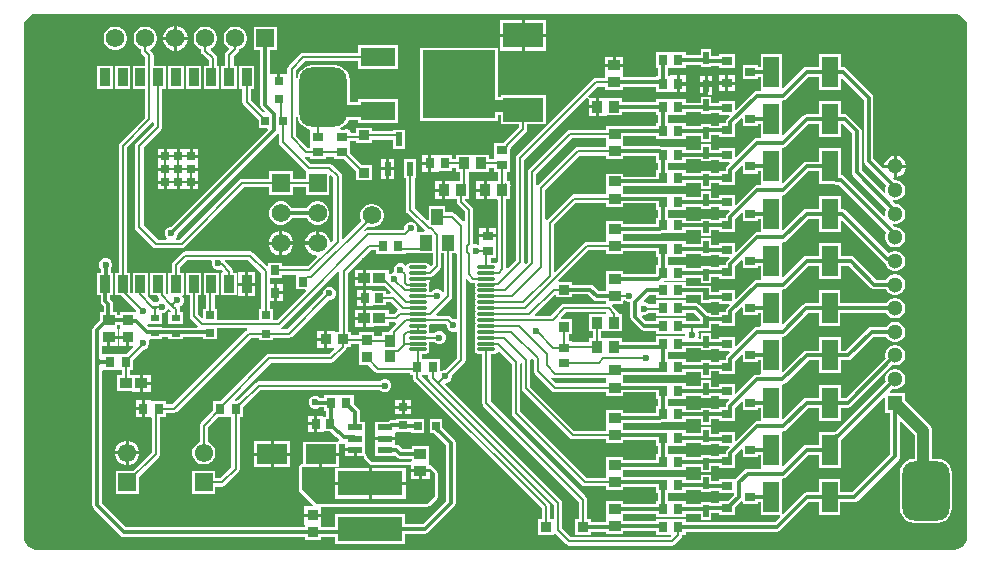
<source format=gtl>
G04*
G04 #@! TF.GenerationSoftware,Altium Limited,Altium Designer,24.1.2 (44)*
G04*
G04 Layer_Physical_Order=1*
G04 Layer_Color=255*
%FSLAX44Y44*%
%MOMM*%
G71*
G04*
G04 #@! TF.SameCoordinates,35289A0D-B0B0-4263-B8D2-BBE876D284D7*
G04*
G04*
G04 #@! TF.FilePolarity,Positive*
G04*
G01*
G75*
%ADD10C,0.2000*%
%ADD24R,3.4000X2.1000*%
%ADD33R,1.1311X0.9121*%
%ADD34R,0.9121X0.9581*%
%ADD39R,0.7581X0.8121*%
%ADD40R,2.6000X1.7000*%
%ADD45R,0.9581X0.9121*%
%ADD46R,0.9121X1.1311*%
%ADD58C,1.5700*%
%ADD59R,1.5700X1.5700*%
%ADD60C,1.5500*%
%ADD61R,1.5500X1.5500*%
%ADD62R,1.5700X1.5700*%
%ADD63R,0.8000X0.6500*%
%ADD64R,0.6000X1.2000*%
%ADD65R,0.6500X0.8000*%
%ADD66R,0.8000X0.9000*%
%ADD67R,0.7000X0.7000*%
%ADD68R,0.9000X1.5000*%
%ADD69R,0.9500X0.9000*%
%ADD70R,3.0000X1.6000*%
%ADD71R,6.2000X5.8000*%
%ADD72R,0.9500X0.8000*%
G04:AMPARAMS|DCode=73|XSize=4mm|YSize=5mm|CornerRadius=1mm|HoleSize=0mm|Usage=FLASHONLY|Rotation=0.000|XOffset=0mm|YOffset=0mm|HoleType=Round|Shape=RoundedRectangle|*
%AMROUNDEDRECTD73*
21,1,4.0000,3.0000,0,0,0.0*
21,1,2.0000,5.0000,0,0,0.0*
1,1,2.0000,1.0000,-1.5000*
1,1,2.0000,-1.0000,-1.5000*
1,1,2.0000,-1.0000,1.5000*
1,1,2.0000,1.0000,1.5000*
%
%ADD73ROUNDEDRECTD73*%
%ADD74R,0.8000X0.9500*%
%ADD75R,0.9500X1.0500*%
G04:AMPARAMS|DCode=76|XSize=1.5mm|YSize=0.3mm|CornerRadius=0.0495mm|HoleSize=0mm|Usage=FLASHONLY|Rotation=0.000|XOffset=0mm|YOffset=0mm|HoleType=Round|Shape=RoundedRectangle|*
%AMROUNDEDRECTD76*
21,1,1.5000,0.2010,0,0,0.0*
21,1,1.4010,0.3000,0,0,0.0*
1,1,0.0990,0.7005,-0.1005*
1,1,0.0990,-0.7005,-0.1005*
1,1,0.0990,-0.7005,0.1005*
1,1,0.0990,0.7005,0.1005*
%
%ADD76ROUNDEDRECTD76*%
%ADD77R,1.0500X0.9500*%
%ADD78R,0.8000X0.6000*%
%ADD79R,1.0000X1.4000*%
%ADD80R,1.2500X0.6000*%
%ADD81R,5.5000X2.1500*%
%ADD82R,0.9000X0.8000*%
%ADD83R,0.5000X1.0750*%
%ADD84R,1.4000X2.6500*%
%ADD85R,0.9000X0.9500*%
%ADD86C,1.0000*%
%ADD87C,0.3000*%
%ADD88C,0.8000*%
%ADD89C,1.3000*%
%ADD90R,1.3000X1.3000*%
%ADD91C,0.6000*%
G36*
X1747689Y961471D02*
X1749803Y960595D01*
X1751706Y959324D01*
X1753324Y957706D01*
X1754595Y955803D01*
X1755471Y953689D01*
X1755918Y951444D01*
Y950300D01*
Y519700D01*
Y518556D01*
X1755471Y516311D01*
X1754595Y514197D01*
X1753324Y512294D01*
X1751706Y510676D01*
X1749803Y509404D01*
X1747689Y508529D01*
X1745444Y508082D01*
X967556D01*
X965311Y508529D01*
X963197Y509404D01*
X961294Y510676D01*
X959676Y512294D01*
X958404Y514197D01*
X957529Y516311D01*
X957082Y518556D01*
Y519700D01*
Y950300D01*
Y951444D01*
X957529Y953689D01*
X958404Y955803D01*
X959676Y957706D01*
X961294Y959324D01*
X963197Y960595D01*
X965311Y961471D01*
X967556Y961918D01*
X1745444D01*
X1747689Y961471D01*
D02*
G37*
%LPC*%
G36*
X1399540Y956540D02*
X1381270D01*
Y944770D01*
X1399540D01*
Y956540D01*
D02*
G37*
G36*
X1378730D02*
X1360460D01*
Y944770D01*
X1378730D01*
Y956540D01*
D02*
G37*
G36*
X1086918Y951390D02*
X1086820D01*
Y942270D01*
X1095940D01*
Y942368D01*
X1095232Y945010D01*
X1093864Y947380D01*
X1091930Y949314D01*
X1089560Y950682D01*
X1086918Y951390D01*
D02*
G37*
G36*
X1084280D02*
X1084182D01*
X1081540Y950682D01*
X1079170Y949314D01*
X1077236Y947380D01*
X1075868Y945010D01*
X1075160Y942368D01*
Y942270D01*
X1084280D01*
Y951390D01*
D02*
G37*
G36*
X1036047Y950850D02*
X1033453D01*
X1030948Y950179D01*
X1028702Y948882D01*
X1026868Y947048D01*
X1025571Y944802D01*
X1024900Y942297D01*
Y939703D01*
X1025571Y937198D01*
X1026868Y934952D01*
X1028702Y933118D01*
X1030948Y931821D01*
X1033453Y931150D01*
X1036047D01*
X1038552Y931821D01*
X1040798Y933118D01*
X1042632Y934952D01*
X1043929Y937198D01*
X1044600Y939703D01*
Y942297D01*
X1043929Y944802D01*
X1042632Y947048D01*
X1040798Y948882D01*
X1038552Y950179D01*
X1036047Y950850D01*
D02*
G37*
G36*
X1095940Y939730D02*
X1086820D01*
Y930610D01*
X1086918D01*
X1089560Y931318D01*
X1091930Y932686D01*
X1093864Y934620D01*
X1095232Y936990D01*
X1095940Y939632D01*
Y939730D01*
D02*
G37*
G36*
X1084280D02*
X1075160D01*
Y939632D01*
X1075868Y936990D01*
X1077236Y934620D01*
X1079170Y932686D01*
X1081540Y931318D01*
X1084182Y930610D01*
X1084280D01*
Y939730D01*
D02*
G37*
G36*
X1399540Y942230D02*
X1381270D01*
Y930460D01*
X1399540D01*
Y942230D01*
D02*
G37*
G36*
X1378730D02*
X1360460D01*
Y930460D01*
X1378730D01*
Y942230D01*
D02*
G37*
G36*
X1464790Y925540D02*
X1458270D01*
Y919520D01*
X1464790D01*
Y925540D01*
D02*
G37*
G36*
X1455730D02*
X1449210D01*
Y919520D01*
X1455730D01*
Y925540D01*
D02*
G37*
G36*
X1559540Y909540D02*
X1553770D01*
Y904270D01*
X1559540D01*
Y909540D01*
D02*
G37*
G36*
X1551230D02*
X1545460D01*
Y904270D01*
X1551230D01*
Y909540D01*
D02*
G37*
G36*
X1512770Y909790D02*
Y903770D01*
X1518040D01*
Y909790D01*
X1512770D01*
D02*
G37*
G36*
X1540040Y908795D02*
X1536270D01*
Y902150D01*
X1540040D01*
Y908795D01*
D02*
G37*
G36*
X1533730D02*
X1529960D01*
Y902150D01*
X1533730D01*
Y908795D01*
D02*
G37*
G36*
X1137647Y950850D02*
X1135053D01*
X1132548Y950179D01*
X1130302Y948882D01*
X1128468Y947048D01*
X1127171Y944802D01*
X1126500Y942297D01*
Y939703D01*
X1127171Y937198D01*
X1128468Y934952D01*
X1130302Y933118D01*
X1130642Y932922D01*
X1130808Y931662D01*
X1128698Y929552D01*
X1127915Y928381D01*
X1127641Y927000D01*
Y917400D01*
X1124500D01*
Y898400D01*
X1137500D01*
Y917400D01*
X1134859D01*
Y925505D01*
X1138710Y929355D01*
X1139492Y930526D01*
X1139727Y931707D01*
X1140152Y931821D01*
X1142398Y933118D01*
X1144232Y934952D01*
X1145529Y937198D01*
X1146200Y939703D01*
Y942297D01*
X1145529Y944802D01*
X1144232Y947048D01*
X1142398Y948882D01*
X1140152Y950179D01*
X1137647Y950850D01*
D02*
G37*
G36*
X1112247D02*
X1109653D01*
X1107148Y950179D01*
X1104902Y948882D01*
X1103068Y947048D01*
X1101771Y944802D01*
X1101100Y942297D01*
Y939703D01*
X1101771Y937198D01*
X1103068Y934952D01*
X1104902Y933118D01*
X1107148Y931821D01*
X1107341Y931770D01*
Y930300D01*
X1107615Y928919D01*
X1108398Y927748D01*
X1113641Y922505D01*
Y917400D01*
X1109500D01*
Y898400D01*
X1122500D01*
Y917400D01*
X1120859D01*
Y924000D01*
X1120585Y925381D01*
X1119802Y926552D01*
X1115543Y930811D01*
X1115752Y932399D01*
X1116998Y933118D01*
X1118832Y934952D01*
X1120129Y937198D01*
X1120800Y939703D01*
Y942297D01*
X1120129Y944802D01*
X1118832Y947048D01*
X1116998Y948882D01*
X1114752Y950179D01*
X1112247Y950850D01*
D02*
G37*
G36*
X1107500Y917400D02*
X1094500D01*
Y898400D01*
X1107500D01*
Y917400D01*
D02*
G37*
G36*
X1092500D02*
X1079500D01*
Y898400D01*
X1092500D01*
Y917400D01*
D02*
G37*
G36*
X1047500D02*
X1034500D01*
Y898400D01*
X1047500D01*
Y917400D01*
D02*
G37*
G36*
X1032500D02*
X1019500D01*
Y898400D01*
X1032500D01*
Y917400D01*
D02*
G37*
G36*
X1559540Y901730D02*
X1553770D01*
Y896460D01*
X1559540D01*
Y901730D01*
D02*
G37*
G36*
X1551230D02*
X1545460D01*
Y896460D01*
X1551230D01*
Y901730D01*
D02*
G37*
G36*
X1518040Y901230D02*
X1512770D01*
Y895210D01*
X1518040D01*
Y901230D01*
D02*
G37*
G36*
X1540040Y899610D02*
X1536270D01*
Y892965D01*
X1540040D01*
Y899610D01*
D02*
G37*
G36*
X1533730D02*
X1529960D01*
Y892965D01*
X1533730D01*
Y899610D01*
D02*
G37*
G36*
X1171600Y950850D02*
X1151900D01*
Y931150D01*
X1157631D01*
Y884250D01*
X1157944Y882674D01*
X1158837Y881337D01*
X1161070Y879105D01*
X1160652Y877727D01*
X1160423Y877682D01*
X1149609Y888495D01*
Y898400D01*
X1152500D01*
Y917400D01*
X1139500D01*
Y898400D01*
X1142391D01*
Y887000D01*
X1142665Y885619D01*
X1143448Y884448D01*
X1156000Y871896D01*
Y865000D01*
X1163379D01*
X1163905Y863730D01*
X1081715Y781540D01*
X1080898D01*
X1078862Y780697D01*
X1077303Y779138D01*
X1076460Y777102D01*
Y774898D01*
X1077303Y772862D01*
X1078286Y771879D01*
X1077760Y770609D01*
X1070495D01*
X1058609Y782495D01*
Y848505D01*
X1073552Y863448D01*
X1074335Y864619D01*
X1074609Y866000D01*
Y898400D01*
X1077500D01*
Y917400D01*
X1067109D01*
Y926459D01*
X1066835Y927840D01*
X1066052Y929011D01*
X1064387Y930676D01*
X1064373Y930712D01*
X1064630Y932213D01*
X1066198Y933118D01*
X1068032Y934952D01*
X1069329Y937198D01*
X1070000Y939703D01*
Y942297D01*
X1069329Y944802D01*
X1068032Y947048D01*
X1066198Y948882D01*
X1063952Y950179D01*
X1061447Y950850D01*
X1058853D01*
X1056348Y950179D01*
X1054102Y948882D01*
X1052268Y947048D01*
X1050971Y944802D01*
X1050300Y942297D01*
Y939703D01*
X1050971Y937198D01*
X1052268Y934952D01*
X1054102Y933118D01*
X1056348Y931821D01*
X1056541Y931770D01*
Y929809D01*
X1056815Y928427D01*
X1057598Y927256D01*
X1059891Y924964D01*
Y917400D01*
X1049500D01*
Y898400D01*
X1059891D01*
Y873745D01*
X1038698Y852552D01*
X1037915Y851381D01*
X1037641Y850000D01*
Y742400D01*
X1034500D01*
Y723400D01*
X1039746D01*
X1052151Y710994D01*
X1052150Y709398D01*
X1051811Y709061D01*
X1038689D01*
Y706389D01*
X1036250D01*
Y709000D01*
X1033038D01*
Y715829D01*
X1032725Y717405D01*
X1031832Y718741D01*
X1030538Y720035D01*
Y723400D01*
X1032500D01*
Y742400D01*
X1030798D01*
Y745325D01*
X1031376Y745902D01*
X1032219Y747938D01*
Y750142D01*
X1031376Y752178D01*
X1029817Y753737D01*
X1027781Y754580D01*
X1025577D01*
X1023541Y753737D01*
X1021982Y752178D01*
X1021139Y750142D01*
Y747938D01*
X1021982Y745902D01*
X1022560Y745325D01*
Y742400D01*
X1019500D01*
Y723400D01*
X1022300D01*
Y718329D01*
X1022613Y716752D01*
X1023506Y715416D01*
X1024800Y714122D01*
Y709000D01*
X1021750D01*
Y702075D01*
X1016587Y696913D01*
X1015694Y695576D01*
X1015381Y694000D01*
Y669503D01*
Y664497D01*
Y545500D01*
X1015694Y543924D01*
X1016587Y542587D01*
X1039357Y519817D01*
X1040694Y518924D01*
X1042270Y518611D01*
X1195439D01*
Y515939D01*
X1208561D01*
Y518621D01*
X1221000D01*
Y513000D01*
X1280000D01*
Y521631D01*
X1296750D01*
X1298326Y521945D01*
X1299663Y522837D01*
X1321653Y544827D01*
X1322546Y546164D01*
X1322859Y547740D01*
Y598490D01*
X1322546Y600066D01*
X1321653Y601403D01*
X1311623Y611433D01*
X1311460Y611541D01*
Y619020D01*
X1300960D01*
Y607020D01*
X1303635D01*
X1305047Y605607D01*
X1306384Y604714D01*
X1306766Y604638D01*
X1314621Y596784D01*
Y549446D01*
X1295044Y529869D01*
X1280000D01*
Y538500D01*
X1221000D01*
Y526859D01*
X1209459D01*
X1208561Y527757D01*
Y528893D01*
X1209101Y529939D01*
X1209101Y530567D01*
Y536000D01*
X1202000D01*
X1194899D01*
X1194899Y529939D01*
X1195439Y528893D01*
Y527747D01*
X1194541Y526849D01*
X1043976D01*
X1023619Y547206D01*
Y659345D01*
X1024500Y660250D01*
X1036500D01*
Y660250D01*
X1037500D01*
Y660250D01*
X1039985D01*
Y655561D01*
X1036439D01*
Y642439D01*
X1048710D01*
Y641899D01*
X1055635D01*
Y649000D01*
Y656101D01*
X1048710D01*
Y655561D01*
X1047204D01*
Y660250D01*
X1049500D01*
Y668646D01*
X1058314Y677460D01*
X1059102D01*
X1061138Y678303D01*
X1062697Y679862D01*
X1063540Y681898D01*
Y684102D01*
X1063073Y685230D01*
X1063921Y686500D01*
X1074250D01*
Y687881D01*
X1079750D01*
Y686000D01*
X1091750D01*
Y687881D01*
X1109250D01*
Y686000D01*
X1121250D01*
Y695391D01*
X1145914D01*
X1146299Y694121D01*
X1145448Y693552D01*
X1083005Y631109D01*
X1077500D01*
Y634250D01*
X1066086Y634250D01*
X1065040Y634790D01*
X1064454Y634790D01*
X1059770D01*
Y627500D01*
Y620210D01*
X1065040Y620210D01*
X1065391Y619085D01*
Y590745D01*
X1049396Y574750D01*
X1035000D01*
Y555250D01*
X1054500D01*
Y569646D01*
X1071552Y586698D01*
X1072335Y587869D01*
X1072609Y589250D01*
Y620750D01*
X1077500D01*
Y623891D01*
X1084500D01*
X1085881Y624165D01*
X1087052Y624948D01*
X1149495Y687391D01*
X1156000D01*
Y685750D01*
X1168000D01*
Y687391D01*
X1181947D01*
X1183328Y687665D01*
X1184499Y688448D01*
X1215577Y719526D01*
X1217114D01*
X1219150Y720369D01*
X1220709Y721927D01*
X1221552Y723964D01*
Y726168D01*
X1220709Y728204D01*
X1219150Y729762D01*
X1217114Y730605D01*
X1214910D01*
X1212874Y729762D01*
X1211316Y728204D01*
X1210472Y726168D01*
Y724630D01*
X1180452Y694609D01*
X1175086D01*
X1174701Y695879D01*
X1175552Y696448D01*
X1186552Y707448D01*
X1186552Y707448D01*
X1223198Y744094D01*
X1224187Y743667D01*
X1224391Y743490D01*
Y692561D01*
X1221337D01*
X1220291Y693101D01*
X1219663Y693101D01*
X1214230D01*
Y686000D01*
Y678899D01*
X1219499D01*
X1220025Y677629D01*
X1216005Y673609D01*
X1165250D01*
X1163869Y673335D01*
X1162698Y672552D01*
X1124396Y634250D01*
X1117500D01*
Y625854D01*
X1107198Y615552D01*
X1106415Y614381D01*
X1106141Y613000D01*
Y599127D01*
X1105987Y599086D01*
X1103763Y597802D01*
X1101948Y595987D01*
X1100665Y593763D01*
X1100000Y591284D01*
Y588716D01*
X1100665Y586237D01*
X1101948Y584013D01*
X1103763Y582198D01*
X1105987Y580914D01*
X1108466Y580250D01*
X1111034D01*
X1113513Y580914D01*
X1115737Y582198D01*
X1117552Y584013D01*
X1118836Y586237D01*
X1119500Y588716D01*
Y591284D01*
X1118836Y593763D01*
X1117552Y595987D01*
X1115737Y597802D01*
X1113513Y599086D01*
X1113359Y599127D01*
Y611505D01*
X1122604Y620750D01*
X1129230D01*
X1129500Y620750D01*
Y620750D01*
X1130500D01*
Y620750D01*
X1132891D01*
Y577995D01*
X1123505Y568609D01*
X1119500D01*
Y574750D01*
X1100000D01*
Y555250D01*
X1119500D01*
Y561391D01*
X1125000D01*
X1126381Y561665D01*
X1127552Y562448D01*
X1139052Y573948D01*
X1139835Y575119D01*
X1140109Y576500D01*
Y620262D01*
X1140881Y620415D01*
X1141382Y620750D01*
X1142500D01*
Y621868D01*
X1142835Y622369D01*
X1143109Y623750D01*
X1142835Y625131D01*
X1142500Y625632D01*
Y628496D01*
X1142802Y628698D01*
X1157495Y643391D01*
X1258775D01*
X1259862Y642303D01*
X1261898Y641460D01*
X1264102D01*
X1266138Y642303D01*
X1267697Y643862D01*
X1268540Y645898D01*
Y648102D01*
X1267697Y650138D01*
X1266138Y651697D01*
X1264102Y652540D01*
X1261898D01*
X1259862Y651697D01*
X1258775Y650609D01*
X1156000D01*
X1154619Y650335D01*
X1153448Y649552D01*
X1138570Y634674D01*
X1138119Y634585D01*
X1137618Y634250D01*
X1136264D01*
X1135778Y635423D01*
X1166745Y666391D01*
X1217500D01*
X1218881Y666665D01*
X1220052Y667448D01*
X1229663Y677059D01*
X1230445Y678230D01*
X1230686Y679439D01*
X1234291D01*
Y682161D01*
X1240939D01*
Y678979D01*
X1240939D01*
Y678021D01*
X1240939D01*
Y664439D01*
X1248956D01*
X1254948Y658448D01*
X1256119Y657665D01*
X1257500Y657391D01*
X1284500D01*
Y656250D01*
X1286891D01*
Y653500D01*
X1287165Y652119D01*
X1287948Y650948D01*
X1395641Y543255D01*
Y534250D01*
X1392750D01*
Y520750D01*
X1405750D01*
Y521455D01*
X1406712Y521851D01*
X1407020Y521876D01*
X1416448Y512448D01*
X1417619Y511665D01*
X1419000Y511391D01*
X1506000D01*
X1507381Y511665D01*
X1508552Y512448D01*
X1513802Y517698D01*
X1514585Y518869D01*
X1514859Y520250D01*
Y520750D01*
X1517500D01*
Y523381D01*
X1595000D01*
X1596576Y523694D01*
X1597913Y524587D01*
X1621706Y548381D01*
X1630500D01*
Y537250D01*
X1648500D01*
Y548381D01*
X1660500D01*
X1662076Y548694D01*
X1663413Y549587D01*
X1697913Y584087D01*
X1698806Y585424D01*
X1699119Y587000D01*
Y615966D01*
X1700293Y616452D01*
X1711395Y605350D01*
Y585104D01*
X1711000D01*
X1707867Y584691D01*
X1704948Y583482D01*
X1702442Y581558D01*
X1700518Y579052D01*
X1699309Y576133D01*
X1698896Y573000D01*
Y543000D01*
X1699309Y539867D01*
X1700518Y536948D01*
X1702442Y534441D01*
X1704948Y532518D01*
X1707867Y531309D01*
X1711000Y530896D01*
X1731000D01*
X1734133Y531309D01*
X1737052Y532518D01*
X1739559Y534441D01*
X1741482Y536948D01*
X1742691Y539867D01*
X1743103Y543000D01*
Y573000D01*
X1742691Y576133D01*
X1741482Y579052D01*
X1739559Y581558D01*
X1737052Y583482D01*
X1734133Y584691D01*
X1731000Y585104D01*
X1726605D01*
Y608500D01*
X1726346Y610468D01*
X1725586Y612303D01*
X1724378Y613878D01*
X1703500Y634755D01*
Y641000D01*
X1690985D01*
X1690499Y642173D01*
X1692654Y644329D01*
X1693881Y644000D01*
X1696119D01*
X1698281Y644579D01*
X1700219Y645698D01*
X1701802Y647281D01*
X1702921Y649219D01*
X1703500Y651381D01*
Y653619D01*
X1702921Y655781D01*
X1701802Y657719D01*
X1700219Y659302D01*
X1698281Y660421D01*
X1696119Y661000D01*
X1693881D01*
X1691719Y660421D01*
X1689781Y659302D01*
X1688198Y657719D01*
X1687079Y655781D01*
X1686500Y653619D01*
Y651381D01*
X1686829Y650154D01*
X1644993Y608318D01*
X1643674Y608056D01*
X1643216Y607750D01*
X1630750D01*
Y596619D01*
X1620000D01*
X1618424Y596306D01*
X1617087Y595413D01*
X1600423Y578749D01*
X1599250Y579235D01*
Y607750D01*
X1600239Y608428D01*
X1601576Y608694D01*
X1602913Y609587D01*
X1621706Y628381D01*
X1630750D01*
Y617250D01*
X1648750D01*
Y628381D01*
X1655000D01*
X1656576Y628694D01*
X1657913Y629587D01*
X1692654Y664329D01*
X1693881Y664000D01*
X1696119D01*
X1698281Y664579D01*
X1700219Y665698D01*
X1701802Y667281D01*
X1702921Y669219D01*
X1703500Y671381D01*
Y673619D01*
X1702921Y675781D01*
X1701802Y677719D01*
X1700219Y679302D01*
X1698281Y680421D01*
X1696119Y681000D01*
X1693881D01*
X1691719Y680421D01*
X1689781Y679302D01*
X1688198Y677719D01*
X1687079Y675781D01*
X1686500Y673619D01*
Y671381D01*
X1686829Y670154D01*
X1653294Y636619D01*
X1648750D01*
Y647750D01*
X1630750D01*
Y636619D01*
X1620000D01*
X1618424Y636306D01*
X1617087Y635413D01*
X1600423Y618749D01*
X1599250Y619235D01*
Y647750D01*
X1600360Y648137D01*
X1601183Y648301D01*
X1602519Y649194D01*
X1621706Y668381D01*
X1630750D01*
Y657250D01*
X1648750D01*
Y668381D01*
X1655000D01*
X1656576Y668694D01*
X1657913Y669587D01*
X1676706Y688381D01*
X1687563D01*
X1688198Y687281D01*
X1689781Y685698D01*
X1691719Y684579D01*
X1693881Y684000D01*
X1696119D01*
X1698281Y684579D01*
X1700219Y685698D01*
X1701802Y687281D01*
X1702921Y689219D01*
X1703500Y691381D01*
Y693619D01*
X1702921Y695781D01*
X1701802Y697719D01*
X1700219Y699302D01*
X1698281Y700421D01*
X1696119Y701000D01*
X1693881D01*
X1691719Y700421D01*
X1689781Y699302D01*
X1688198Y697719D01*
X1687563Y696619D01*
X1675000D01*
X1673424Y696306D01*
X1672087Y695413D01*
X1653294Y676619D01*
X1648750D01*
Y687750D01*
X1630750D01*
Y676619D01*
X1620000D01*
X1618424Y676306D01*
X1617087Y675413D01*
X1600423Y658749D01*
X1599250Y659235D01*
Y687750D01*
X1600220Y688474D01*
X1601326Y688694D01*
X1602663Y689587D01*
X1621456Y708381D01*
X1630500D01*
Y697250D01*
X1648500D01*
Y708381D01*
X1687563D01*
X1688198Y707281D01*
X1689781Y705698D01*
X1691719Y704579D01*
X1693881Y704000D01*
X1696119D01*
X1698281Y704579D01*
X1700219Y705698D01*
X1701802Y707281D01*
X1702921Y709219D01*
X1703500Y711381D01*
Y713619D01*
X1702921Y715781D01*
X1701802Y717719D01*
X1700219Y719302D01*
X1698281Y720421D01*
X1696119Y721000D01*
X1693881D01*
X1691719Y720421D01*
X1689781Y719302D01*
X1688198Y717719D01*
X1687563Y716619D01*
X1648500D01*
Y727750D01*
X1630500D01*
Y716619D01*
X1619750D01*
X1618174Y716306D01*
X1616837Y715413D01*
X1600173Y698749D01*
X1599000Y699235D01*
Y727750D01*
X1600000Y728381D01*
X1601576Y728694D01*
X1602913Y729587D01*
X1621706Y748381D01*
X1630750D01*
Y737250D01*
X1648750D01*
Y748381D01*
X1655794D01*
X1674587Y729587D01*
X1675924Y728694D01*
X1677500Y728381D01*
X1687563D01*
X1688198Y727281D01*
X1689781Y725698D01*
X1691719Y724579D01*
X1693881Y724000D01*
X1696119D01*
X1698281Y724579D01*
X1700219Y725698D01*
X1701802Y727281D01*
X1702921Y729219D01*
X1703500Y731381D01*
Y733619D01*
X1702921Y735781D01*
X1701802Y737719D01*
X1700219Y739302D01*
X1698281Y740421D01*
X1696119Y741000D01*
X1693881D01*
X1691719Y740421D01*
X1689781Y739302D01*
X1688198Y737719D01*
X1687563Y736619D01*
X1679206D01*
X1660413Y755413D01*
X1659076Y756306D01*
X1657500Y756619D01*
X1648750D01*
Y767750D01*
X1630750D01*
Y756619D01*
X1620000D01*
X1618424Y756306D01*
X1617087Y755413D01*
X1600423Y738749D01*
X1599250Y739235D01*
Y767750D01*
X1600239Y768428D01*
X1601576Y768694D01*
X1602913Y769587D01*
X1621706Y788381D01*
X1630750D01*
Y777250D01*
X1648750D01*
Y786265D01*
X1649923Y786751D01*
X1685174Y751501D01*
X1686510Y750608D01*
X1686718Y750566D01*
X1687079Y749219D01*
X1688198Y747281D01*
X1689781Y745698D01*
X1691719Y744579D01*
X1693881Y744000D01*
X1696119D01*
X1698281Y744579D01*
X1700219Y745698D01*
X1701802Y747281D01*
X1702921Y749219D01*
X1703500Y751381D01*
Y753619D01*
X1702921Y755781D01*
X1701802Y757719D01*
X1700219Y759302D01*
X1698281Y760421D01*
X1696119Y761000D01*
X1693881D01*
X1691719Y760421D01*
X1689781Y759302D01*
X1689402Y758923D01*
X1652913Y795413D01*
X1651576Y796306D01*
X1650000Y796619D01*
X1648750D01*
Y807750D01*
X1630750D01*
Y796619D01*
X1620000D01*
X1618424Y796306D01*
X1617087Y795413D01*
X1600423Y778749D01*
X1599250Y779235D01*
Y807750D01*
X1600239Y808428D01*
X1601576Y808694D01*
X1602913Y809587D01*
X1621706Y828381D01*
X1630750D01*
Y817250D01*
X1643736D01*
X1645250Y816949D01*
X1647226D01*
X1687560Y776614D01*
X1687079Y775781D01*
X1686500Y773619D01*
Y771381D01*
X1687079Y769219D01*
X1688198Y767281D01*
X1689781Y765698D01*
X1691719Y764579D01*
X1693881Y764000D01*
X1696119D01*
X1698281Y764579D01*
X1700219Y765698D01*
X1701802Y767281D01*
X1702921Y769219D01*
X1703500Y771381D01*
Y773619D01*
X1702921Y775781D01*
X1701802Y777719D01*
X1700219Y779302D01*
X1698281Y780421D01*
X1696119Y781000D01*
X1694825D01*
X1692869Y782956D01*
X1693526Y784095D01*
X1693881Y784000D01*
X1696119D01*
X1698281Y784579D01*
X1700219Y785698D01*
X1701802Y787281D01*
X1702921Y789219D01*
X1703500Y791381D01*
Y793619D01*
X1702921Y795781D01*
X1701802Y797719D01*
X1700219Y799302D01*
X1698281Y800421D01*
X1696119Y801000D01*
X1694825D01*
X1692869Y802956D01*
X1693526Y804095D01*
X1693881Y804000D01*
X1696119D01*
X1698281Y804579D01*
X1700219Y805698D01*
X1701802Y807281D01*
X1702921Y809219D01*
X1703500Y811381D01*
Y813619D01*
X1702921Y815781D01*
X1701802Y817719D01*
X1700219Y819302D01*
X1698281Y820421D01*
X1696119Y821000D01*
X1694825D01*
X1693512Y822313D01*
X1693730Y822699D01*
Y831230D01*
X1685198D01*
X1684813Y831012D01*
X1676619Y839206D01*
Y890743D01*
X1676306Y892319D01*
X1675413Y893655D01*
X1653655Y915413D01*
X1652319Y916306D01*
X1650743Y916619D01*
X1648750D01*
Y927750D01*
X1630750D01*
Y916619D01*
X1620000D01*
X1618424Y916306D01*
X1617087Y915413D01*
X1600423Y898749D01*
X1599250Y899235D01*
Y927750D01*
X1581250D01*
Y916619D01*
X1579000D01*
Y918500D01*
X1566000D01*
Y906500D01*
X1579000D01*
Y908381D01*
X1581250D01*
Y897250D01*
X1580241Y896619D01*
X1578287D01*
X1576710Y896306D01*
X1575374Y895413D01*
X1560173Y880212D01*
X1559000Y880698D01*
Y888000D01*
X1546000D01*
Y886119D01*
X1539500D01*
Y891495D01*
X1530500D01*
Y886619D01*
X1517500D01*
Y889250D01*
X1505500D01*
Y889250D01*
X1504500D01*
Y889250D01*
X1492500D01*
Y887119D01*
X1464000D01*
Y890250D01*
X1451086Y890250D01*
X1450040Y890790D01*
X1449454Y890790D01*
X1444020D01*
Y883000D01*
Y875210D01*
X1450040D01*
X1451086Y875750D01*
X1451310Y875750D01*
X1464000D01*
Y878881D01*
X1492500D01*
Y875750D01*
X1494381D01*
Y869250D01*
X1492500D01*
Y866619D01*
X1460250D01*
X1459651Y866500D01*
X1450250D01*
Y863609D01*
X1420000D01*
X1418619Y863335D01*
X1417448Y862552D01*
X1384948Y830052D01*
X1384165Y828881D01*
X1383891Y827500D01*
Y751995D01*
X1382158Y750262D01*
X1380988Y750888D01*
X1381109Y751500D01*
Y838005D01*
X1434043Y890938D01*
X1434352Y890951D01*
X1435460Y889953D01*
X1435460Y889615D01*
Y884270D01*
X1441480D01*
Y890790D01*
X1436707D01*
X1436297Y890790D01*
X1435299Y891898D01*
X1435312Y892207D01*
X1443245Y900141D01*
X1449750D01*
Y897000D01*
X1464250D01*
Y899631D01*
X1492500D01*
Y895750D01*
X1503914Y895750D01*
X1504960Y895210D01*
X1505546Y895210D01*
X1510230D01*
Y902500D01*
Y909790D01*
X1504960D01*
X1503914Y909250D01*
X1503517Y909250D01*
X1502619Y910148D01*
Y915750D01*
X1504230D01*
X1504500Y915750D01*
X1505500D01*
X1505770Y915750D01*
X1517500D01*
Y918381D01*
X1530500D01*
Y916745D01*
X1539500D01*
Y917881D01*
X1546000D01*
Y916000D01*
X1559000D01*
Y928000D01*
X1546000D01*
Y926119D01*
X1539500D01*
Y931495D01*
X1530500D01*
Y926619D01*
X1517500D01*
Y929250D01*
X1505770D01*
X1505500Y929250D01*
X1504500D01*
X1504230Y929250D01*
X1492500D01*
Y915750D01*
X1494381D01*
Y909250D01*
X1492500D01*
Y907869D01*
X1465148D01*
X1464250Y908767D01*
X1464250Y909914D01*
X1464790Y910960D01*
X1464790Y911546D01*
Y916980D01*
X1449210D01*
Y910960D01*
X1449750Y909914D01*
X1449750Y908257D01*
X1448852Y907359D01*
X1441750D01*
X1440369Y907085D01*
X1439198Y906302D01*
X1374948Y842052D01*
X1374165Y840881D01*
X1373891Y839500D01*
Y752995D01*
X1367129Y746234D01*
X1365859Y746760D01*
Y805250D01*
X1369000D01*
Y814930D01*
X1369210Y815244D01*
X1369484Y816625D01*
X1369210Y818006D01*
X1369000Y818320D01*
Y819750D01*
X1367854D01*
X1367552Y820052D01*
X1366381Y820835D01*
X1366109Y820889D01*
Y827500D01*
X1369250D01*
Y839230D01*
X1369250Y839500D01*
Y840500D01*
X1369250Y840770D01*
Y847618D01*
X1369585Y848119D01*
X1369674Y848570D01*
X1382552Y861448D01*
X1383335Y862619D01*
X1383609Y864000D01*
Y868000D01*
X1399000D01*
Y893000D01*
X1361000D01*
Y891105D01*
X1358970D01*
Y933151D01*
X1292971D01*
Y871151D01*
X1358970D01*
Y875895D01*
X1361000D01*
Y868000D01*
X1376391D01*
Y865495D01*
X1363698Y852802D01*
X1363496Y852500D01*
X1355750D01*
Y840770D01*
X1355750Y840500D01*
Y839500D01*
X1354737Y838609D01*
X1351500D01*
Y842250D01*
X1338000D01*
Y842250D01*
X1337000D01*
Y842250D01*
X1323500D01*
Y838609D01*
X1320000D01*
Y841750D01*
X1308586Y841750D01*
X1307540Y842290D01*
X1306954Y842290D01*
X1302270D01*
Y835000D01*
Y827710D01*
X1307540D01*
X1308586Y828250D01*
X1308810Y828250D01*
X1320000D01*
Y831391D01*
X1323500D01*
Y827750D01*
X1326641D01*
Y819750D01*
X1321086Y819750D01*
X1320040Y820290D01*
X1319454Y820290D01*
X1314020D01*
Y812500D01*
Y804710D01*
X1320040D01*
X1321086Y805250D01*
X1323891Y805250D01*
Y802500D01*
X1324165Y801119D01*
X1324948Y799948D01*
X1330391Y794505D01*
Y786510D01*
X1329121Y785984D01*
X1322552Y792552D01*
X1321381Y793335D01*
X1320000Y793609D01*
X1314000D01*
Y799000D01*
X1300000D01*
Y786764D01*
X1298827Y786278D01*
X1288109Y796995D01*
Y822500D01*
X1289500D01*
Y838500D01*
X1279500D01*
Y822500D01*
X1280891D01*
Y795500D01*
X1281165Y794119D01*
X1281948Y792948D01*
X1296626Y778270D01*
X1296100Y777000D01*
X1291129D01*
X1290234Y778160D01*
X1290540Y778898D01*
Y781102D01*
X1289697Y783138D01*
X1288138Y784697D01*
X1286102Y785540D01*
X1283898D01*
X1281862Y784697D01*
X1280303Y783138D01*
X1279460Y781102D01*
Y779564D01*
X1278505Y778609D01*
X1249000D01*
X1247619Y778335D01*
X1246448Y777552D01*
X1245558Y778454D01*
X1248772Y781667D01*
X1250703Y781150D01*
X1253297D01*
X1255802Y781821D01*
X1258048Y783118D01*
X1259882Y784952D01*
X1261179Y787198D01*
X1261850Y789703D01*
Y792297D01*
X1261179Y794802D01*
X1259882Y797048D01*
X1258048Y798882D01*
X1255802Y800179D01*
X1253297Y800850D01*
X1250703D01*
X1248198Y800179D01*
X1245952Y798882D01*
X1244118Y797048D01*
X1242821Y794802D01*
X1242150Y792297D01*
Y789703D01*
X1242821Y787198D01*
X1243287Y786391D01*
X1227783Y770887D01*
X1226609Y771373D01*
Y824000D01*
X1226335Y825381D01*
X1225552Y826552D01*
X1218552Y833552D01*
X1217381Y834335D01*
X1216000Y834609D01*
X1200495D01*
X1195262Y839842D01*
X1195888Y841012D01*
X1196500Y840891D01*
X1199250D01*
Y838500D01*
X1212750D01*
Y840891D01*
X1220250D01*
Y838500D01*
X1228646D01*
X1238195Y828951D01*
X1238250Y828868D01*
Y820750D01*
X1251750D01*
Y833750D01*
X1243604D01*
X1233750Y843604D01*
Y850230D01*
X1233750Y850500D01*
Y851500D01*
X1233750Y851770D01*
Y853891D01*
X1238250D01*
Y852250D01*
X1251750D01*
Y855141D01*
X1270000D01*
Y847500D01*
X1280000D01*
Y863500D01*
X1270000D01*
Y862359D01*
X1251750D01*
Y865250D01*
X1238250D01*
Y861109D01*
X1234238D01*
X1234085Y861881D01*
X1233750Y862382D01*
Y863500D01*
X1232632D01*
X1232131Y863835D01*
X1230750Y864109D01*
X1229369Y863835D01*
X1228868Y863500D01*
X1225499D01*
X1225246Y864770D01*
X1227052Y865518D01*
X1229558Y867441D01*
X1231482Y869948D01*
X1232206Y871696D01*
X1240491D01*
Y869301D01*
X1274491D01*
Y889301D01*
X1240491D01*
Y886906D01*
X1233103D01*
Y906000D01*
X1232691Y909133D01*
X1231482Y912052D01*
X1229558Y914558D01*
X1227052Y916482D01*
X1224133Y917691D01*
X1221000Y918103D01*
X1201000D01*
X1197867Y917691D01*
X1194948Y916482D01*
X1192441Y914558D01*
X1190518Y912052D01*
X1189309Y909133D01*
X1188896Y906000D01*
Y876000D01*
X1189309Y872867D01*
X1190518Y869948D01*
X1192441Y867441D01*
X1194948Y865518D01*
X1197867Y864309D01*
X1198292Y864253D01*
X1199250Y863500D01*
Y851770D01*
X1199250Y851500D01*
Y850500D01*
X1199250Y850230D01*
Y848146D01*
X1197980Y848124D01*
X1187609Y858495D01*
Y913505D01*
X1195495Y921391D01*
X1240500D01*
Y915000D01*
X1274500D01*
Y935000D01*
X1240500D01*
Y928609D01*
X1194000D01*
X1192619Y928335D01*
X1191448Y927552D01*
X1181448Y917552D01*
X1180665Y916381D01*
X1180391Y915000D01*
Y911458D01*
X1179540Y910540D01*
X1179121Y910540D01*
X1174270D01*
Y904750D01*
X1171730D01*
Y910540D01*
X1167139D01*
X1166460Y910540D01*
X1165869Y911565D01*
Y931150D01*
X1171600D01*
Y950850D01*
D02*
G37*
G36*
X1441480Y881730D02*
X1435460D01*
Y875210D01*
X1441480D01*
Y881730D01*
D02*
G37*
G36*
X1105040Y847040D02*
X1100270D01*
Y842270D01*
X1105040D01*
Y847040D01*
D02*
G37*
G36*
X1075730D02*
X1070960D01*
Y842270D01*
X1075730D01*
Y847040D01*
D02*
G37*
G36*
X1097730D02*
X1089270D01*
Y841000D01*
X1086730D01*
Y847040D01*
X1078270D01*
Y841000D01*
X1077000D01*
Y839730D01*
X1070960D01*
Y834960D01*
Y831270D01*
X1077000D01*
Y828730D01*
X1070960D01*
Y823960D01*
Y820270D01*
X1077000D01*
Y819000D01*
X1078270D01*
Y812960D01*
X1086730D01*
Y819000D01*
X1089270D01*
Y812960D01*
X1097730D01*
Y819000D01*
X1099000D01*
Y820270D01*
X1105040D01*
Y823960D01*
Y828730D01*
X1099000D01*
Y831270D01*
X1105040D01*
Y834960D01*
Y839730D01*
X1099000D01*
Y841000D01*
X1097730D01*
Y847040D01*
D02*
G37*
G36*
X1299730Y842290D02*
X1294460D01*
Y836270D01*
X1299730D01*
Y842290D01*
D02*
G37*
G36*
X1696270Y841519D02*
Y833770D01*
X1704019D01*
X1703424Y835989D01*
X1702234Y838051D01*
X1700551Y839734D01*
X1698489Y840924D01*
X1696270Y841519D01*
D02*
G37*
G36*
X1693730Y841519D02*
X1691511Y840924D01*
X1689449Y839734D01*
X1687766Y838051D01*
X1686576Y835989D01*
X1685981Y833770D01*
X1693730D01*
Y841519D01*
D02*
G37*
G36*
X1271040Y839040D02*
X1266770D01*
Y831770D01*
X1271040D01*
Y839040D01*
D02*
G37*
G36*
X1264230D02*
X1259960D01*
Y831770D01*
X1264230D01*
Y839040D01*
D02*
G37*
G36*
X1299730Y833730D02*
X1294460D01*
Y827710D01*
X1299730D01*
Y833730D01*
D02*
G37*
G36*
X1704019Y831230D02*
X1696270D01*
Y823481D01*
X1698489Y824076D01*
X1700551Y825266D01*
X1702234Y826949D01*
X1703424Y829011D01*
X1704019Y831230D01*
D02*
G37*
G36*
X1271040Y829230D02*
X1266770D01*
Y821960D01*
X1271040D01*
Y829230D01*
D02*
G37*
G36*
X1264230D02*
X1259960D01*
Y821960D01*
X1264230D01*
Y829230D01*
D02*
G37*
G36*
X1311480Y820290D02*
X1305460D01*
Y813770D01*
X1311480D01*
Y820290D01*
D02*
G37*
G36*
X1105040Y817730D02*
X1100270D01*
Y812960D01*
X1105040D01*
Y817730D01*
D02*
G37*
G36*
X1075730Y817730D02*
X1070960D01*
Y812960D01*
X1075730D01*
Y817730D01*
D02*
G37*
G36*
X1311480Y811230D02*
X1305460D01*
Y804710D01*
X1311480D01*
Y811230D01*
D02*
G37*
G36*
X1211690Y693101D02*
X1205629D01*
Y687270D01*
X1211690D01*
Y693101D01*
D02*
G37*
G36*
Y684730D02*
X1205629D01*
Y678899D01*
X1211690D01*
Y684730D01*
D02*
G37*
G36*
X1065101Y656101D02*
X1058175D01*
Y650270D01*
X1065101D01*
Y656101D01*
D02*
G37*
G36*
Y647730D02*
X1058175D01*
Y641899D01*
X1065101D01*
Y647730D01*
D02*
G37*
G36*
X1223460Y639270D02*
Y639270D01*
X1211460D01*
Y636639D01*
X1208181D01*
X1207232Y637588D01*
X1205196Y638431D01*
X1202992D01*
X1200956Y637588D01*
X1199397Y636030D01*
X1198554Y633993D01*
Y631790D01*
X1199397Y629753D01*
X1200956Y628195D01*
X1202992Y627351D01*
X1205196D01*
X1207232Y628195D01*
X1207438Y628401D01*
X1211460D01*
Y625770D01*
X1212996D01*
Y621459D01*
X1212098Y620561D01*
X1211607D01*
X1210561Y621101D01*
X1209933Y621101D01*
X1205500D01*
Y614500D01*
Y607899D01*
X1210561D01*
X1211607Y608439D01*
X1216735D01*
X1220567Y604607D01*
X1221904Y603714D01*
X1221949Y603705D01*
X1224348Y601307D01*
X1224156Y600517D01*
X1223858Y600001D01*
X1223049Y599840D01*
X1222540Y599500D01*
X1193500D01*
Y580550D01*
X1193000D01*
X1192009Y580353D01*
X1191169Y579791D01*
X1190607Y578951D01*
X1190410Y577960D01*
Y559000D01*
X1190607Y558009D01*
X1191169Y557169D01*
X1202467Y545871D01*
X1201941Y544601D01*
X1194899D01*
Y538540D01*
X1202000D01*
X1209101D01*
Y544410D01*
X1299000D01*
X1299991Y544607D01*
X1300831Y545169D01*
X1306831Y551169D01*
X1307393Y552009D01*
X1307590Y553000D01*
X1307590Y573000D01*
X1307393Y573991D01*
X1306831Y574831D01*
X1306831Y574831D01*
X1302621Y579041D01*
X1301781Y579603D01*
X1300790Y579800D01*
X1300250Y580243D01*
Y581230D01*
X1300250Y581500D01*
Y582500D01*
X1300250Y582770D01*
Y596000D01*
X1285750D01*
Y593369D01*
X1277456D01*
X1275413Y595413D01*
X1274076Y596306D01*
X1272500Y596619D01*
X1271790D01*
Y600730D01*
X1263000D01*
X1254210D01*
Y596460D01*
X1254750D01*
Y587500D01*
X1271250D01*
X1271250Y587500D01*
Y587500D01*
X1272265Y586910D01*
X1272837Y586337D01*
X1274174Y585444D01*
X1275750Y585131D01*
X1285750D01*
Y583777D01*
X1285210Y582590D01*
X1284668Y582590D01*
X1251351Y582590D01*
X1247590Y586351D01*
Y586960D01*
X1247393Y587951D01*
X1246831Y588791D01*
X1246250Y589180D01*
Y597000D01*
Y606500D01*
Y616500D01*
X1242119D01*
Y624230D01*
X1241806Y625806D01*
X1240913Y627143D01*
X1236460Y631595D01*
Y639270D01*
X1224460D01*
Y639270D01*
X1223460D01*
D02*
G37*
G36*
X1285000Y634560D02*
X1279730D01*
Y630040D01*
X1285000D01*
Y634560D01*
D02*
G37*
G36*
X1277190D02*
X1271920D01*
Y630040D01*
X1277190D01*
Y634560D01*
D02*
G37*
G36*
X1057230Y634790D02*
X1051960D01*
Y628770D01*
X1057230D01*
Y634790D01*
D02*
G37*
G36*
X1285000Y627500D02*
X1279730D01*
Y622980D01*
X1285000D01*
Y627500D01*
D02*
G37*
G36*
X1277190D02*
X1271920D01*
Y622980D01*
X1277190D01*
Y627500D01*
D02*
G37*
G36*
X1057230Y626230D02*
X1051960D01*
Y620210D01*
X1057230D01*
Y626230D01*
D02*
G37*
G36*
X1202960Y621101D02*
X1197899D01*
Y615770D01*
X1202960D01*
Y621101D01*
D02*
G37*
G36*
Y613230D02*
X1197899D01*
Y609500D01*
Y607899D01*
X1202960D01*
Y613230D01*
D02*
G37*
G36*
X1285460Y619020D02*
X1284460Y618520D01*
X1272460D01*
Y617389D01*
X1268020D01*
X1266444Y617076D01*
X1265582Y616500D01*
X1254750D01*
Y607540D01*
X1254210D01*
Y603270D01*
X1263000D01*
X1271790D01*
Y607028D01*
X1272286Y607762D01*
X1272861Y608020D01*
X1284460D01*
X1285460Y607368D01*
Y607020D01*
X1295960D01*
Y619020D01*
X1285460D01*
Y619020D01*
D02*
G37*
G36*
X1046105Y600290D02*
X1046020D01*
Y591270D01*
X1055040D01*
Y591355D01*
X1054339Y593972D01*
X1052984Y596318D01*
X1051068Y598234D01*
X1048722Y599589D01*
X1046105Y600290D01*
D02*
G37*
G36*
X1043480D02*
X1043395D01*
X1040778Y599589D01*
X1038432Y598234D01*
X1036516Y596318D01*
X1035161Y593972D01*
X1034460Y591355D01*
Y591270D01*
X1043480D01*
Y600290D01*
D02*
G37*
G36*
X1183040Y600040D02*
X1168770D01*
Y590270D01*
X1183040D01*
Y600040D01*
D02*
G37*
G36*
X1166230D02*
X1151960D01*
Y590270D01*
X1166230D01*
Y600040D01*
D02*
G37*
G36*
X1055040Y588730D02*
X1046020D01*
Y579710D01*
X1046105D01*
X1048722Y580411D01*
X1051068Y581766D01*
X1052984Y583682D01*
X1054339Y586028D01*
X1055040Y588645D01*
Y588730D01*
D02*
G37*
G36*
X1043480D02*
X1034460D01*
Y588645D01*
X1035161Y586028D01*
X1036516Y583682D01*
X1038432Y581766D01*
X1040778Y580411D01*
X1043395Y579710D01*
X1043480D01*
Y588730D01*
D02*
G37*
G36*
X1183040Y587730D02*
X1168770D01*
Y577960D01*
X1183040D01*
Y587730D01*
D02*
G37*
G36*
X1166230D02*
X1151960D01*
Y577960D01*
X1166230D01*
Y587730D01*
D02*
G37*
%LPD*%
G36*
X1530500Y876745D02*
X1539500D01*
Y877881D01*
X1546000D01*
Y876000D01*
X1554302D01*
X1554788Y874827D01*
X1552587Y872626D01*
X1551694Y871290D01*
X1551381Y869713D01*
Y869000D01*
X1546000D01*
Y867119D01*
X1539500D01*
Y868255D01*
X1530500D01*
Y866619D01*
X1517500D01*
Y869250D01*
X1505500D01*
Y869250D01*
X1504500D01*
Y869250D01*
X1502619D01*
Y875750D01*
X1504500D01*
Y875750D01*
X1505500D01*
Y875750D01*
X1517500D01*
Y878381D01*
X1530500D01*
Y876745D01*
D02*
G37*
G36*
X1658381Y860794D02*
Y827500D01*
X1658694Y825924D01*
X1659587Y824587D01*
X1687560Y796614D01*
X1687079Y795781D01*
X1686500Y793619D01*
Y791381D01*
X1686595Y791026D01*
X1685456Y790369D01*
X1651845Y823981D01*
X1650508Y824874D01*
X1648932Y825187D01*
X1648750D01*
Y847750D01*
X1630750D01*
Y836619D01*
X1620000D01*
X1618424Y836306D01*
X1617087Y835413D01*
X1600423Y818749D01*
X1599250Y819235D01*
Y847750D01*
X1600239Y848428D01*
X1601576Y848694D01*
X1602913Y849587D01*
X1621706Y868381D01*
X1630750D01*
Y857250D01*
X1648750D01*
Y868381D01*
X1650794D01*
X1658381Y860794D01*
D02*
G37*
G36*
X1566000Y872729D02*
Y866500D01*
X1579000D01*
Y868381D01*
X1581250D01*
Y857250D01*
X1580241Y856619D01*
X1578287D01*
X1576710Y856306D01*
X1575374Y855413D01*
X1560173Y840212D01*
X1559000Y840698D01*
Y848000D01*
X1546000D01*
Y846119D01*
X1539500D01*
Y851495D01*
X1530500D01*
Y846619D01*
X1517500D01*
Y849250D01*
X1505500D01*
Y849250D01*
X1504500D01*
Y849250D01*
X1496599D01*
X1496000Y849369D01*
X1464750D01*
Y852000D01*
X1464750D01*
Y853000D01*
X1464750D01*
Y858381D01*
X1492500D01*
Y855750D01*
X1504500D01*
Y855750D01*
X1505500D01*
Y855750D01*
X1517500D01*
Y858381D01*
X1530500D01*
Y853505D01*
X1539500D01*
Y858881D01*
X1546000D01*
Y857000D01*
X1559000D01*
Y863466D01*
X1559306Y863924D01*
X1559619Y865500D01*
Y868007D01*
X1564827Y873215D01*
X1566000Y872729D01*
D02*
G37*
G36*
X1530500Y836745D02*
X1539500D01*
Y837881D01*
X1546000D01*
Y836000D01*
X1554302D01*
X1554788Y834827D01*
X1552587Y832626D01*
X1551694Y831290D01*
X1551381Y829713D01*
Y829000D01*
X1546000D01*
Y827119D01*
X1539500D01*
Y828255D01*
X1530500D01*
Y826619D01*
X1517500D01*
Y829250D01*
X1505500D01*
Y829250D01*
X1504500D01*
Y829250D01*
X1502619D01*
Y835750D01*
X1504500D01*
Y835750D01*
X1505500D01*
Y835750D01*
X1517500D01*
Y838381D01*
X1530500D01*
Y836745D01*
D02*
G37*
G36*
X1355750Y827500D02*
X1358891D01*
Y819750D01*
X1356086Y819750D01*
X1355040Y820290D01*
X1354454Y820290D01*
X1349020D01*
Y812500D01*
Y804710D01*
X1355040D01*
X1356086Y805250D01*
X1357743Y805250D01*
X1358641Y804352D01*
Y751163D01*
X1357371Y750593D01*
X1356978Y750855D01*
X1356005Y751049D01*
X1352609D01*
Y755000D01*
X1356750D01*
X1356750Y766414D01*
X1357290Y767460D01*
X1357290Y768046D01*
Y772730D01*
X1342710D01*
Y767460D01*
X1343062Y766779D01*
X1341980Y766056D01*
X1340812Y766540D01*
X1338805D01*
X1338457Y766685D01*
X1337609Y767501D01*
Y796000D01*
X1337335Y797381D01*
X1336552Y798552D01*
X1331124Y803980D01*
X1331146Y805250D01*
X1334000D01*
Y819750D01*
X1333859D01*
Y827750D01*
X1337000D01*
Y827750D01*
X1338000D01*
Y827750D01*
X1351500D01*
Y831391D01*
X1355750D01*
Y827500D01*
D02*
G37*
G36*
X1450250Y838500D02*
X1464750D01*
Y841131D01*
X1492500D01*
Y835750D01*
X1494381D01*
Y829250D01*
X1492500D01*
Y823869D01*
X1464750D01*
Y826500D01*
X1450250D01*
Y813000D01*
X1450250D01*
Y812000D01*
X1450250D01*
Y808859D01*
X1422750D01*
X1421369Y808585D01*
X1420198Y807802D01*
X1399948Y787552D01*
X1399879Y787450D01*
X1398609Y787835D01*
Y812505D01*
X1427745Y841641D01*
X1450250D01*
Y838500D01*
D02*
G37*
G36*
X1172051Y860037D02*
X1173141Y859639D01*
Y853250D01*
X1173415Y851869D01*
X1174198Y850698D01*
X1195602Y829293D01*
X1196150Y828250D01*
Y822009D01*
X1184850D01*
Y828250D01*
X1165150D01*
Y822009D01*
X1142400D01*
X1141019Y821735D01*
X1139848Y820952D01*
X1089505Y770609D01*
X1086240D01*
X1085714Y771879D01*
X1086697Y772862D01*
X1087540Y774898D01*
Y775715D01*
X1171871Y860045D01*
X1172051Y860037D01*
D02*
G37*
G36*
X1566000Y832729D02*
Y826500D01*
X1579000D01*
Y828381D01*
X1581250D01*
Y817250D01*
X1580241Y816619D01*
X1578287D01*
X1576710Y816306D01*
X1575374Y815413D01*
X1560173Y800212D01*
X1559000Y800698D01*
Y808000D01*
X1546000D01*
Y806119D01*
X1539500D01*
Y811495D01*
X1530500D01*
Y806619D01*
X1517500D01*
Y809250D01*
X1505500D01*
Y809250D01*
X1504500D01*
Y809250D01*
X1496599D01*
X1496000Y809369D01*
X1464750D01*
Y812000D01*
X1464750D01*
Y813000D01*
X1464750D01*
Y815631D01*
X1496000D01*
X1496599Y815750D01*
X1504500D01*
Y815750D01*
X1505500D01*
Y815750D01*
X1517500D01*
Y818381D01*
X1530500D01*
Y813505D01*
X1539500D01*
Y818881D01*
X1546000D01*
Y817000D01*
X1559000D01*
Y823466D01*
X1559306Y823924D01*
X1559619Y825500D01*
Y828007D01*
X1564827Y833215D01*
X1566000Y832729D01*
D02*
G37*
G36*
X1450250Y853000D02*
X1450250D01*
Y852000D01*
X1450250D01*
Y848859D01*
X1426250D01*
X1424869Y848585D01*
X1423698Y847802D01*
X1392448Y816552D01*
X1392379Y816450D01*
X1391109Y816835D01*
Y826005D01*
X1421495Y856391D01*
X1450250D01*
Y853000D01*
D02*
G37*
G36*
X1630750Y897250D02*
X1648750D01*
Y906871D01*
X1650020Y907397D01*
X1668381Y889036D01*
Y837500D01*
X1668694Y835924D01*
X1669587Y834587D01*
X1687560Y816614D01*
X1687079Y815781D01*
X1686500Y813619D01*
Y811381D01*
X1686595Y811026D01*
X1685456Y810369D01*
X1666619Y829206D01*
Y862500D01*
X1666306Y864076D01*
X1665413Y865413D01*
X1655413Y875413D01*
X1654076Y876306D01*
X1652500Y876619D01*
X1648750D01*
Y887750D01*
X1630750D01*
Y876619D01*
X1620000D01*
X1618424Y876306D01*
X1617087Y875413D01*
X1600423Y858749D01*
X1599250Y859235D01*
Y887750D01*
X1600239Y888428D01*
X1601576Y888694D01*
X1602913Y889587D01*
X1621706Y908381D01*
X1630750D01*
Y897250D01*
D02*
G37*
G36*
X1530500Y796745D02*
X1539500D01*
Y797881D01*
X1546000D01*
Y796000D01*
X1554302D01*
X1554788Y794827D01*
X1552587Y792626D01*
X1551694Y791290D01*
X1551381Y789713D01*
Y789000D01*
X1546000D01*
Y787119D01*
X1539500D01*
Y788255D01*
X1530500D01*
Y786619D01*
X1517500D01*
Y789250D01*
X1505500D01*
Y789250D01*
X1504500D01*
Y789250D01*
X1502619D01*
Y795750D01*
X1504500D01*
Y795750D01*
X1505500D01*
Y795750D01*
X1517500D01*
Y798381D01*
X1530500D01*
Y796745D01*
D02*
G37*
G36*
X1450250Y798500D02*
X1464750D01*
Y801131D01*
X1492500D01*
Y795750D01*
X1494381D01*
Y789250D01*
X1492500D01*
Y783869D01*
X1464750D01*
Y786500D01*
X1450250D01*
Y773000D01*
X1450250D01*
Y772000D01*
X1450250D01*
Y768859D01*
X1434171D01*
X1432789Y768585D01*
X1431618Y767802D01*
X1407283Y743466D01*
X1406109Y743952D01*
Y783505D01*
X1424245Y801641D01*
X1450250D01*
Y798500D01*
D02*
G37*
G36*
X1566000Y792729D02*
Y786500D01*
X1579000D01*
Y788381D01*
X1581250D01*
Y777250D01*
X1580241Y776619D01*
X1578287D01*
X1576710Y776306D01*
X1575374Y775413D01*
X1560173Y760212D01*
X1559000Y760698D01*
Y768000D01*
X1546000D01*
Y766119D01*
X1539500D01*
Y771495D01*
X1530500D01*
Y766619D01*
X1517500D01*
Y769250D01*
X1505500D01*
Y769250D01*
X1504500D01*
Y769250D01*
X1496599D01*
X1496000Y769369D01*
X1464750D01*
Y772000D01*
X1464750D01*
Y773000D01*
X1464750D01*
Y775631D01*
X1496000D01*
X1496599Y775750D01*
X1504500D01*
Y775750D01*
X1505500D01*
Y775750D01*
X1517500D01*
Y778381D01*
X1530500D01*
Y773505D01*
X1539500D01*
Y778881D01*
X1546000D01*
Y777000D01*
X1559000D01*
Y783466D01*
X1559306Y783924D01*
X1559619Y785500D01*
Y788007D01*
X1564827Y793215D01*
X1566000Y792729D01*
D02*
G37*
G36*
X1067391Y869415D02*
Y867495D01*
X1052448Y852552D01*
X1051665Y851381D01*
X1051391Y850000D01*
Y781000D01*
X1051665Y779619D01*
X1052448Y778448D01*
X1066448Y764448D01*
X1067619Y763665D01*
X1069000Y763391D01*
X1091000D01*
X1092381Y763665D01*
X1093552Y764448D01*
X1143895Y814791D01*
X1165150D01*
Y808550D01*
X1184850D01*
Y814791D01*
X1196150D01*
Y808550D01*
X1215850D01*
Y824386D01*
X1217023Y824872D01*
X1219391Y822505D01*
Y769987D01*
X1217563Y768160D01*
X1216390Y768646D01*
Y768968D01*
X1215682Y771610D01*
X1214314Y773980D01*
X1212380Y775914D01*
X1210010Y777282D01*
X1207368Y777990D01*
X1207270D01*
Y767600D01*
X1206000D01*
Y766330D01*
X1195610D01*
Y766232D01*
X1196318Y763590D01*
X1197686Y761220D01*
X1199620Y759286D01*
X1201990Y757918D01*
X1204632Y757210D01*
X1204954D01*
X1205440Y756037D01*
X1197513Y748109D01*
X1176000D01*
Y751000D01*
X1164000D01*
Y748480D01*
X1162827Y747994D01*
X1151268Y759552D01*
X1150097Y760335D01*
X1148716Y760609D01*
X1094000D01*
X1092619Y760335D01*
X1091448Y759552D01*
X1083698Y751802D01*
X1082915Y750631D01*
X1082641Y749250D01*
Y742400D01*
X1079500D01*
Y725225D01*
X1078230Y724651D01*
X1077591Y725145D01*
Y730168D01*
X1077500Y730627D01*
Y742400D01*
X1064500D01*
Y723400D01*
X1070373D01*
Y723268D01*
X1070647Y721887D01*
X1071430Y720716D01*
X1072008Y720138D01*
X1071760Y718892D01*
X1070987Y718572D01*
X1069900Y717485D01*
X1067370D01*
X1062194Y722661D01*
X1062500Y723400D01*
X1062500D01*
Y742400D01*
X1049500D01*
Y725600D01*
X1048391Y725126D01*
X1047500Y725860D01*
Y742400D01*
X1044859D01*
Y848505D01*
X1066052Y869698D01*
X1066121Y869800D01*
X1067391Y869415D01*
D02*
G37*
G36*
X1530500Y756745D02*
X1539500D01*
Y757881D01*
X1546000D01*
Y756000D01*
X1554302D01*
X1554788Y754827D01*
X1552587Y752626D01*
X1551694Y751290D01*
X1551381Y749713D01*
Y749000D01*
X1546000D01*
Y747119D01*
X1539500D01*
Y748255D01*
X1530500D01*
Y746619D01*
X1517500D01*
Y749250D01*
X1505500D01*
Y749250D01*
X1504500D01*
Y749250D01*
X1502619D01*
Y755750D01*
X1504500D01*
Y755750D01*
X1505500D01*
Y755750D01*
X1517500D01*
Y758381D01*
X1530500D01*
Y756745D01*
D02*
G37*
G36*
X1255500Y758250D02*
X1267500D01*
Y758250D01*
X1268500D01*
Y758250D01*
X1280500D01*
Y759391D01*
X1290500D01*
Y759000D01*
X1303391D01*
Y749995D01*
X1301707Y748311D01*
X1300475Y748876D01*
X1300355Y749479D01*
X1299804Y750304D01*
X1298978Y750855D01*
X1298005Y751049D01*
X1283995D01*
X1283022Y750855D01*
X1282196Y750304D01*
X1281645Y749479D01*
X1281563Y749068D01*
X1280260Y748607D01*
X1280225Y748610D01*
X1279138Y749697D01*
X1277102Y750540D01*
X1274898D01*
X1272862Y749697D01*
X1271303Y748138D01*
X1270460Y746102D01*
Y743898D01*
X1270592Y743579D01*
X1270194Y742984D01*
X1269685Y742452D01*
X1267862Y741697D01*
X1267331Y741165D01*
X1266061Y741691D01*
Y744561D01*
X1259745D01*
X1259500Y744609D01*
X1258405D01*
X1258160Y744561D01*
X1253790D01*
Y745101D01*
X1246865D01*
Y738000D01*
Y730899D01*
X1253790D01*
Y731439D01*
X1262207D01*
X1267864Y725783D01*
X1267378Y724609D01*
X1264061D01*
Y727061D01*
X1253107D01*
X1252061Y727601D01*
X1251433Y727601D01*
X1247000D01*
Y721000D01*
Y714399D01*
X1252061D01*
X1253107Y714939D01*
X1264061D01*
Y717391D01*
X1268505D01*
X1273907Y711989D01*
X1273607Y710493D01*
X1272948Y710052D01*
X1270505Y707609D01*
X1266061D01*
Y710561D01*
X1253790D01*
Y711101D01*
X1246865D01*
Y704000D01*
Y696899D01*
X1253790D01*
Y697439D01*
X1266061D01*
Y700391D01*
X1271490D01*
X1272028Y699132D01*
X1267837Y694941D01*
X1267055Y693770D01*
X1266814Y692561D01*
X1260939D01*
Y688515D01*
X1254061D01*
Y692561D01*
X1240939D01*
Y689379D01*
X1234291D01*
Y692561D01*
X1231609D01*
Y742084D01*
X1250916Y761391D01*
X1255500D01*
Y758250D01*
D02*
G37*
G36*
X1450250Y758500D02*
X1464750D01*
Y761131D01*
X1492500D01*
Y755750D01*
X1494381D01*
Y749250D01*
X1492500D01*
Y741575D01*
X1492294Y741369D01*
X1464750D01*
Y744000D01*
X1450250D01*
Y730500D01*
X1450250D01*
Y729500D01*
X1450250D01*
Y726619D01*
X1444206D01*
X1439663Y731163D01*
X1438326Y732056D01*
X1436750Y732369D01*
X1421750D01*
Y734750D01*
X1410434D01*
X1409948Y735923D01*
X1435666Y761641D01*
X1450250D01*
Y758500D01*
D02*
G37*
G36*
X1566000Y752729D02*
Y746500D01*
X1579000D01*
Y748381D01*
X1581250D01*
Y737250D01*
X1580241Y736619D01*
X1578287D01*
X1576710Y736306D01*
X1575374Y735413D01*
X1560173Y720212D01*
X1559000Y720698D01*
Y728000D01*
X1546000D01*
Y726119D01*
X1539500D01*
Y731495D01*
X1534624D01*
X1534000Y731619D01*
X1517500D01*
Y734250D01*
X1505500D01*
Y734250D01*
X1504500D01*
Y734250D01*
X1499900D01*
X1499221Y735520D01*
X1499375Y735750D01*
X1504500D01*
Y735750D01*
X1505500D01*
Y735750D01*
X1517500D01*
Y738381D01*
X1530500D01*
Y733505D01*
X1539500D01*
Y738881D01*
X1546000D01*
Y737000D01*
X1559000D01*
Y743466D01*
X1559306Y743924D01*
X1559619Y745500D01*
Y748007D01*
X1564827Y753215D01*
X1566000Y752729D01*
D02*
G37*
G36*
X1312891Y726574D02*
X1311990Y726245D01*
X1311621Y726214D01*
X1310138Y727697D01*
X1308102Y728540D01*
X1305898D01*
X1303862Y727697D01*
X1302303Y726138D01*
X1302292Y726109D01*
X1300865D01*
X1300549Y726495D01*
Y728505D01*
X1300355Y729479D01*
X1300007Y730000D01*
X1300355Y730521D01*
X1300549Y731495D01*
Y733505D01*
X1300355Y734479D01*
X1300332Y734514D01*
X1300864Y735311D01*
X1301047Y736230D01*
X1291000D01*
Y738770D01*
X1301047D01*
X1301022Y738895D01*
X1302381Y739165D01*
X1303552Y739948D01*
X1309552Y745948D01*
X1310335Y747119D01*
X1310609Y748500D01*
Y759000D01*
X1312891D01*
Y726574D01*
D02*
G37*
G36*
X1158391Y742221D02*
Y711750D01*
X1156000D01*
Y702609D01*
X1121250D01*
Y712000D01*
X1118859D01*
Y723400D01*
X1122500D01*
Y742400D01*
X1109500D01*
Y723400D01*
X1111641D01*
Y712000D01*
X1109250D01*
Y704514D01*
X1108077Y704028D01*
X1104859Y707245D01*
Y723400D01*
X1107500D01*
Y742400D01*
X1094500D01*
Y723400D01*
X1097641D01*
Y705750D01*
X1097915Y704369D01*
X1098698Y703198D01*
X1104507Y697389D01*
X1103980Y696119D01*
X1074250D01*
Y696500D01*
X1067575D01*
X1067318Y696551D01*
X1063524D01*
X1061559Y698516D01*
X1062371Y699500D01*
X1074250D01*
Y708335D01*
X1075228D01*
X1077264Y709179D01*
X1078822Y710737D01*
X1079142Y711510D01*
X1079684Y711618D01*
X1080552Y711594D01*
X1081876Y710270D01*
X1081501Y709000D01*
X1079750D01*
Y699000D01*
X1091750D01*
Y709000D01*
X1089359D01*
Y711500D01*
X1089085Y712881D01*
X1089427Y714009D01*
X1090138Y714303D01*
X1091697Y715862D01*
X1092540Y717898D01*
Y720102D01*
X1091697Y722138D01*
X1091608Y722227D01*
X1092094Y723400D01*
X1092500D01*
Y742400D01*
X1089859D01*
Y747755D01*
X1095495Y753391D01*
X1116075D01*
X1116780Y752335D01*
X1116460Y751562D01*
Y749358D01*
X1117303Y747322D01*
X1118862Y745763D01*
X1120898Y744920D01*
X1123102D01*
X1124018Y745299D01*
X1125744Y743573D01*
X1125258Y742400D01*
X1124500D01*
Y723400D01*
X1137500D01*
Y742400D01*
X1134631D01*
Y743400D01*
X1134356Y744781D01*
X1133574Y745952D01*
X1127405Y752121D01*
X1127493Y752743D01*
X1127925Y753391D01*
X1147221D01*
X1158391Y742221D01*
D02*
G37*
G36*
X1530500Y716745D02*
X1539500D01*
Y717881D01*
X1546000D01*
Y716000D01*
X1554302D01*
X1554788Y714827D01*
X1552587Y712626D01*
X1551694Y711290D01*
X1551381Y709713D01*
Y709000D01*
X1546000D01*
Y707119D01*
X1539500D01*
Y708255D01*
X1536325D01*
X1529168Y715413D01*
X1527831Y716306D01*
X1526255Y716619D01*
X1517500D01*
Y719250D01*
X1505500D01*
Y719250D01*
X1504500D01*
Y719250D01*
X1492500D01*
Y715609D01*
X1486265D01*
X1485178Y716697D01*
X1483142Y717540D01*
X1482661D01*
X1482135Y718810D01*
X1486706Y723381D01*
X1492500D01*
Y720750D01*
X1504500D01*
Y720750D01*
X1505500D01*
Y720750D01*
X1517500D01*
Y723381D01*
X1530500D01*
Y716745D01*
D02*
G37*
G36*
X1450588Y708484D02*
X1449915Y707250D01*
X1449500D01*
Y707250D01*
X1436000D01*
Y692750D01*
X1439141D01*
Y687250D01*
X1436000D01*
Y683609D01*
X1421750D01*
Y685000D01*
X1418609D01*
Y690250D01*
X1421750D01*
Y703250D01*
X1412514D01*
X1412028Y704423D01*
X1416495Y708891D01*
X1450291D01*
X1450588Y708484D01*
D02*
G37*
G36*
X1408250Y724001D02*
Y721750D01*
X1421750D01*
Y724131D01*
X1435044D01*
X1439587Y719587D01*
X1440924Y718694D01*
X1442500Y718381D01*
X1450250D01*
Y716109D01*
X1415000D01*
X1413619Y715835D01*
X1412448Y715052D01*
X1403505Y706109D01*
X1390373D01*
X1389887Y707283D01*
X1406980Y724376D01*
X1408250Y724001D01*
D02*
G37*
G36*
X1323500Y759000D02*
X1324021Y757946D01*
Y703888D01*
X1322965Y703183D01*
X1322102Y703540D01*
X1320564D01*
X1319052Y705052D01*
X1317881Y705835D01*
X1316500Y706109D01*
X1306873D01*
X1306387Y707283D01*
X1319052Y719948D01*
X1319835Y721119D01*
X1320109Y722500D01*
Y759000D01*
X1323500D01*
D02*
G37*
G36*
X1188000Y728500D02*
X1195736D01*
X1196222Y727327D01*
X1181448Y712552D01*
X1181448Y712552D01*
X1171505Y702609D01*
X1168000D01*
Y711750D01*
X1165609D01*
Y718460D01*
X1168730D01*
Y725500D01*
Y732540D01*
X1165609D01*
Y738000D01*
X1176000D01*
Y740891D01*
X1188000D01*
Y728500D01*
D02*
G37*
G36*
X1492500Y705750D02*
X1504500D01*
Y705750D01*
X1505500D01*
Y705750D01*
X1517500D01*
Y708381D01*
X1524549D01*
X1530040Y702889D01*
X1529514Y701619D01*
X1517500D01*
Y704250D01*
X1505500D01*
Y704250D01*
X1504500D01*
Y704250D01*
X1492500D01*
Y701619D01*
X1484206D01*
X1480539Y705287D01*
X1480727Y705840D01*
X1481161Y706460D01*
X1483142D01*
X1485178Y707303D01*
X1486265Y708391D01*
X1492500D01*
Y705750D01*
D02*
G37*
G36*
X1566000Y712729D02*
Y706500D01*
X1579000D01*
Y708381D01*
X1581000D01*
Y697250D01*
X1579991Y696619D01*
X1578287D01*
X1576710Y696306D01*
X1575374Y695413D01*
X1560173Y680212D01*
X1559000Y680698D01*
Y688000D01*
X1546000D01*
Y686119D01*
X1539500D01*
Y691495D01*
X1530500D01*
Y686619D01*
X1528971D01*
X1528122Y687889D01*
X1528540Y688898D01*
Y691102D01*
X1528122Y692111D01*
X1528971Y693381D01*
X1534000D01*
X1534624Y693505D01*
X1539500D01*
Y698881D01*
X1546000D01*
Y697000D01*
X1559000D01*
Y703466D01*
X1559306Y703924D01*
X1559619Y705500D01*
Y708007D01*
X1564827Y713215D01*
X1566000Y712729D01*
D02*
G37*
G36*
X1466862Y718303D02*
X1468898Y717460D01*
X1470881D01*
Y705000D01*
X1471194Y703424D01*
X1472087Y702087D01*
X1479587Y694587D01*
X1480924Y693694D01*
X1482500Y693381D01*
X1492500D01*
Y690750D01*
X1504500D01*
Y690750D01*
X1505500D01*
Y690750D01*
X1517460D01*
Y689250D01*
X1505500D01*
Y689250D01*
X1504500D01*
Y689250D01*
X1492500D01*
Y684119D01*
X1464000D01*
Y687250D01*
X1450500D01*
Y687250D01*
X1449500D01*
Y687250D01*
X1446359D01*
Y692750D01*
X1449500D01*
Y692750D01*
X1450500D01*
Y692750D01*
X1464000D01*
Y707250D01*
X1460859D01*
Y707750D01*
X1460585Y709131D01*
X1459802Y710302D01*
X1455374Y714730D01*
X1455830Y716000D01*
X1464750D01*
Y718798D01*
X1466020Y719145D01*
X1466862Y718303D01*
D02*
G37*
G36*
X1315460Y698436D02*
Y696898D01*
X1316303Y694862D01*
X1317862Y693303D01*
X1319898Y692460D01*
X1322102D01*
X1322965Y692817D01*
X1324021Y692112D01*
Y670125D01*
X1314436Y660540D01*
X1312898D01*
X1310862Y659697D01*
X1310673Y659508D01*
X1309500Y659994D01*
Y669750D01*
X1297500D01*
Y669750D01*
X1296500D01*
Y669750D01*
X1294609D01*
Y673951D01*
X1298005D01*
X1298978Y674145D01*
X1299804Y674696D01*
X1300355Y675521D01*
X1300549Y676495D01*
Y678505D01*
X1300355Y679479D01*
X1300007Y680000D01*
X1300355Y680521D01*
X1300549Y681495D01*
Y683505D01*
X1300876Y683903D01*
X1304801D01*
X1305875Y682828D01*
X1307912Y681985D01*
X1310116D01*
X1312152Y682828D01*
X1313710Y684387D01*
X1314554Y686423D01*
Y688627D01*
X1313710Y690663D01*
X1312152Y692222D01*
X1310116Y693065D01*
X1307912D01*
X1305875Y692222D01*
X1304776Y691122D01*
X1300855D01*
X1300549Y691495D01*
Y693505D01*
X1300355Y694479D01*
X1300007Y695000D01*
X1300355Y695521D01*
X1300549Y696495D01*
Y698505D01*
X1300865Y698891D01*
X1315005D01*
X1315460Y698436D01*
D02*
G37*
G36*
X1530500Y676745D02*
X1539500D01*
Y677881D01*
X1546000D01*
Y676000D01*
X1554302D01*
X1554788Y674827D01*
X1552587Y672626D01*
X1551694Y671290D01*
X1551381Y669713D01*
Y669000D01*
X1546000D01*
Y667119D01*
X1539500D01*
Y668255D01*
X1530500D01*
Y666619D01*
X1517500D01*
Y669250D01*
X1505500D01*
Y669250D01*
X1504500D01*
Y669250D01*
X1502619D01*
Y675750D01*
X1504500D01*
Y675750D01*
X1505500D01*
Y675750D01*
X1517500D01*
Y678381D01*
X1530500D01*
Y676745D01*
D02*
G37*
G36*
X1038689Y696107D02*
X1038149Y695061D01*
X1038149Y695061D01*
X1038149Y695061D01*
Y689000D01*
X1045250D01*
Y687730D01*
X1046520D01*
Y680399D01*
X1049386D01*
X1049872Y679226D01*
X1044396Y673750D01*
X1037500D01*
Y673750D01*
X1036500D01*
Y673750D01*
X1024500D01*
X1023619Y674655D01*
Y680460D01*
X1027730D01*
Y687750D01*
X1029000D01*
Y689020D01*
X1036790D01*
Y695040D01*
X1036790D01*
X1036250Y695500D01*
Y698151D01*
X1038689D01*
Y696107D01*
D02*
G37*
G36*
X1566000Y672729D02*
Y666500D01*
X1579000D01*
Y668381D01*
X1581250D01*
Y657250D01*
X1580656Y656226D01*
X1577893D01*
X1576317Y655912D01*
X1574981Y655019D01*
X1560173Y640212D01*
X1559000Y640698D01*
Y648000D01*
X1546000D01*
Y646119D01*
X1539500D01*
Y651495D01*
X1530500D01*
Y646619D01*
X1517500D01*
Y649250D01*
X1505500D01*
Y649250D01*
X1504500D01*
Y649250D01*
X1496599D01*
X1496000Y649369D01*
X1464750D01*
Y652000D01*
X1464750D01*
Y653000D01*
X1464750D01*
Y655631D01*
X1496000D01*
X1496599Y655750D01*
X1504500D01*
Y655750D01*
X1505500D01*
Y655750D01*
X1517500D01*
Y658381D01*
X1530500D01*
Y653505D01*
X1539500D01*
Y658881D01*
X1546000D01*
Y657000D01*
X1559000D01*
Y663466D01*
X1559306Y663924D01*
X1559619Y665500D01*
Y668007D01*
X1564827Y673215D01*
X1566000Y672729D01*
D02*
G37*
G36*
X1299891Y653500D02*
X1300165Y652119D01*
X1300948Y650948D01*
X1305448Y646448D01*
X1405891Y546005D01*
Y535462D01*
X1405750Y534250D01*
X1402859D01*
Y544750D01*
X1402585Y546131D01*
X1401802Y547302D01*
X1294124Y654980D01*
X1294146Y656250D01*
X1296500D01*
Y656250D01*
X1297500D01*
Y656250D01*
X1299891D01*
Y653500D01*
D02*
G37*
G36*
X1405619Y653665D02*
X1407000Y653391D01*
X1449142D01*
X1450250Y653000D01*
Y652000D01*
X1450250D01*
Y648859D01*
X1408245D01*
X1403558Y653546D01*
X1404448Y654448D01*
X1405619Y653665D01*
D02*
G37*
G36*
X1530500Y636745D02*
X1539500D01*
Y637881D01*
X1546000D01*
Y636000D01*
X1554302D01*
X1554788Y634827D01*
X1552587Y632626D01*
X1551694Y631290D01*
X1551381Y629713D01*
Y629000D01*
X1546000D01*
Y627119D01*
X1539500D01*
Y628255D01*
X1530500D01*
Y626619D01*
X1517500D01*
Y629250D01*
X1505500D01*
Y629250D01*
X1504500D01*
Y629250D01*
X1502619D01*
Y635750D01*
X1504500D01*
Y635750D01*
X1505500D01*
Y635750D01*
X1517500D01*
Y638381D01*
X1530500D01*
Y636745D01*
D02*
G37*
G36*
X1388891Y668505D02*
Y659500D01*
X1389165Y658119D01*
X1389948Y656948D01*
X1404198Y642698D01*
X1405369Y641915D01*
X1406750Y641641D01*
X1450250D01*
Y638500D01*
X1464750D01*
Y641131D01*
X1492500D01*
Y635750D01*
X1494381D01*
Y629250D01*
X1492500D01*
Y623869D01*
X1464750D01*
Y626500D01*
X1450250D01*
Y613000D01*
X1450250D01*
Y612000D01*
X1450250D01*
Y608609D01*
X1423495D01*
X1386109Y645995D01*
Y668500D01*
X1386099Y668551D01*
X1387109Y669982D01*
X1387373Y670022D01*
X1388891Y668505D01*
D02*
G37*
G36*
X1566000Y632729D02*
Y626500D01*
X1579000D01*
Y628381D01*
X1581250D01*
Y617250D01*
X1580241Y616619D01*
X1578287D01*
X1576710Y616306D01*
X1575374Y615413D01*
X1560173Y600212D01*
X1559000Y600698D01*
Y608000D01*
X1546000D01*
Y606119D01*
X1539500D01*
Y611495D01*
X1530500D01*
Y606619D01*
X1517500D01*
Y609250D01*
X1505500D01*
Y609250D01*
X1504500D01*
Y609250D01*
X1496599D01*
X1496000Y609369D01*
X1464750D01*
Y612000D01*
X1464750D01*
Y613000D01*
X1464750D01*
Y615631D01*
X1496000D01*
X1496599Y615750D01*
X1504500D01*
Y615750D01*
X1505500D01*
Y615750D01*
X1517500D01*
Y618381D01*
X1530500D01*
Y613505D01*
X1539500D01*
Y618881D01*
X1546000D01*
Y617000D01*
X1559000D01*
Y623466D01*
X1559306Y623924D01*
X1559619Y625500D01*
Y628007D01*
X1564827Y633215D01*
X1566000Y632729D01*
D02*
G37*
G36*
X1530500Y596745D02*
X1539500D01*
Y597881D01*
X1546000D01*
Y596000D01*
X1554302D01*
X1554788Y594827D01*
X1552587Y592626D01*
X1551694Y591290D01*
X1551381Y589713D01*
Y589000D01*
X1546000D01*
Y587119D01*
X1539500D01*
Y588255D01*
X1530500D01*
Y586619D01*
X1517500D01*
Y589250D01*
X1505500D01*
Y589250D01*
X1504500D01*
Y589250D01*
X1502619D01*
Y595750D01*
X1504500D01*
Y595750D01*
X1505500D01*
Y595750D01*
X1517500D01*
Y598381D01*
X1530500D01*
Y596745D01*
D02*
G37*
G36*
X1378891Y665657D02*
Y644500D01*
X1379165Y643119D01*
X1379948Y641948D01*
X1419448Y602448D01*
X1420619Y601665D01*
X1422000Y601391D01*
X1450250D01*
Y598500D01*
X1464750D01*
Y601131D01*
X1492500D01*
Y595750D01*
X1494381D01*
Y589250D01*
X1492500D01*
Y583869D01*
X1464750D01*
Y586500D01*
X1450250D01*
Y573000D01*
X1450250D01*
Y572000D01*
X1450250D01*
Y568859D01*
X1433913D01*
X1377609Y625163D01*
Y664981D01*
X1378879Y665664D01*
X1378891Y665657D01*
D02*
G37*
G36*
X1686500Y636515D02*
Y624000D01*
X1690881D01*
Y588706D01*
X1658794Y556619D01*
X1648500D01*
Y567750D01*
X1630500D01*
Y556619D01*
X1620000D01*
X1618424Y556306D01*
X1617087Y555413D01*
X1600173Y538499D01*
X1599000Y538985D01*
Y567750D01*
X1600000Y568381D01*
X1601576Y568694D01*
X1602913Y569587D01*
X1621706Y588381D01*
X1630750D01*
Y577250D01*
X1648750D01*
Y600728D01*
X1649663Y601337D01*
X1685327Y637001D01*
X1686500Y636515D01*
D02*
G37*
G36*
X1566000Y592729D02*
Y586500D01*
X1579000D01*
Y588381D01*
X1581250D01*
Y577250D01*
X1580241Y576619D01*
X1570000D01*
X1568424Y576306D01*
X1567087Y575413D01*
X1560096Y568421D01*
X1559000Y568000D01*
X1559000Y568000D01*
Y568000D01*
X1559000Y568000D01*
X1546000D01*
Y566119D01*
X1539500D01*
Y571495D01*
X1530500D01*
Y566619D01*
X1517500D01*
Y569250D01*
X1505500D01*
Y569250D01*
X1504500D01*
Y569250D01*
X1496599D01*
X1496000Y569369D01*
X1464750D01*
Y572000D01*
X1464750D01*
Y573000D01*
X1464750D01*
Y575631D01*
X1496000D01*
X1496599Y575750D01*
X1504500D01*
Y575750D01*
X1505500D01*
Y575750D01*
X1517500D01*
Y578381D01*
X1530500D01*
Y573505D01*
X1539500D01*
Y578881D01*
X1546000D01*
Y577000D01*
X1559000D01*
Y583466D01*
X1559306Y583924D01*
X1559619Y585500D01*
Y588007D01*
X1564827Y593215D01*
X1566000Y592729D01*
D02*
G37*
G36*
X1530500Y556745D02*
X1539500D01*
Y557881D01*
X1546000D01*
Y556000D01*
X1558381D01*
Y554206D01*
X1553175Y549000D01*
X1546000D01*
Y547119D01*
X1539500D01*
Y548255D01*
X1530500D01*
Y546619D01*
X1517500D01*
Y549250D01*
X1505500D01*
Y549250D01*
X1504500D01*
Y549250D01*
X1502619D01*
Y555750D01*
X1504500D01*
Y555750D01*
X1505500D01*
Y555750D01*
X1517500D01*
Y558381D01*
X1530500D01*
Y556745D01*
D02*
G37*
G36*
X1370391Y665505D02*
Y623668D01*
X1370665Y622287D01*
X1371448Y621116D01*
X1429866Y562698D01*
X1431037Y561915D01*
X1432418Y561641D01*
X1450250D01*
Y558500D01*
X1464750D01*
Y561131D01*
X1492500D01*
Y555750D01*
X1494381D01*
Y549250D01*
X1492500D01*
Y546369D01*
X1464750D01*
Y549000D01*
X1450250D01*
Y535500D01*
X1450250D01*
Y534500D01*
X1450250D01*
Y531619D01*
X1437250D01*
Y534250D01*
X1434359D01*
Y550250D01*
X1434085Y551631D01*
X1433302Y552802D01*
X1352609Y633495D01*
Y673951D01*
X1356005D01*
X1356978Y674145D01*
X1357804Y674696D01*
X1358355Y675521D01*
X1358392Y675707D01*
X1359770Y676125D01*
X1370391Y665505D01*
D02*
G37*
G36*
X1566000Y548379D02*
Y546500D01*
X1579000D01*
Y548381D01*
X1581000D01*
Y537250D01*
X1597265D01*
X1597751Y536077D01*
X1593294Y531619D01*
X1517500D01*
Y534250D01*
X1505500D01*
Y534250D01*
X1504500D01*
Y534250D01*
X1492500D01*
Y531869D01*
X1464750D01*
Y534500D01*
X1464750D01*
Y535500D01*
X1464750D01*
Y538131D01*
X1492500D01*
Y535750D01*
X1504500D01*
Y535750D01*
X1505500D01*
Y535750D01*
X1517500D01*
Y538381D01*
X1530500D01*
Y533505D01*
X1539500D01*
Y538881D01*
X1546000D01*
Y537000D01*
X1559000D01*
Y543175D01*
X1564730Y548905D01*
X1566000Y548379D01*
D02*
G37*
G36*
X1335045Y734948D02*
X1336216Y734165D01*
X1337598Y733891D01*
X1339135D01*
X1339451Y733505D01*
Y731495D01*
X1339645Y730521D01*
X1339993Y730000D01*
X1339645Y729479D01*
X1339451Y728505D01*
Y726495D01*
X1339645Y725521D01*
X1339993Y725000D01*
X1339645Y724479D01*
X1339451Y723505D01*
Y721495D01*
X1339645Y720521D01*
X1339993Y720000D01*
X1339645Y719479D01*
X1339451Y718505D01*
Y716495D01*
X1339645Y715521D01*
X1339993Y715000D01*
X1339645Y714479D01*
X1339451Y713505D01*
Y711495D01*
X1339645Y710521D01*
X1339993Y710000D01*
X1339645Y709479D01*
X1339451Y708505D01*
Y706495D01*
X1339645Y705521D01*
X1339993Y705000D01*
X1339645Y704479D01*
X1339451Y703505D01*
Y701495D01*
X1339645Y700521D01*
X1339993Y700000D01*
X1339645Y699479D01*
X1339451Y698505D01*
Y696495D01*
X1339645Y695521D01*
X1339993Y695000D01*
X1339645Y694479D01*
X1339451Y693505D01*
Y691495D01*
X1339645Y690521D01*
X1339993Y690000D01*
X1339645Y689479D01*
X1339451Y688505D01*
Y686495D01*
X1339645Y685521D01*
X1339993Y685000D01*
X1339645Y684479D01*
X1339451Y683505D01*
Y681495D01*
X1339645Y680521D01*
X1339993Y680000D01*
X1339645Y679479D01*
X1339451Y678505D01*
Y676495D01*
X1339645Y675521D01*
X1340196Y674696D01*
X1341022Y674145D01*
X1341995Y673951D01*
X1345391D01*
Y632000D01*
X1345665Y630619D01*
X1346448Y629448D01*
X1427141Y548755D01*
Y534250D01*
X1424250D01*
Y520750D01*
X1437250D01*
Y523381D01*
X1450250D01*
Y521000D01*
X1464750D01*
Y523631D01*
X1492500D01*
Y520750D01*
X1504500D01*
Y520750D01*
X1504850D01*
X1505376Y519480D01*
X1504505Y518609D01*
X1420495D01*
X1413109Y525995D01*
Y547500D01*
X1412835Y548881D01*
X1412052Y550052D01*
X1313914Y648190D01*
X1314440Y649460D01*
X1315102D01*
X1317138Y650303D01*
X1318697Y651862D01*
X1319540Y653898D01*
Y655436D01*
X1330182Y666078D01*
X1330965Y667249D01*
X1331239Y668630D01*
Y736958D01*
X1332509Y737484D01*
X1335045Y734948D01*
D02*
G37*
%LPC*%
G36*
X1346480Y820290D02*
X1340460D01*
Y813770D01*
X1346480D01*
Y820290D01*
D02*
G37*
G36*
Y811230D02*
X1340460D01*
Y804710D01*
X1346480D01*
Y811230D01*
D02*
G37*
G36*
X1357290Y780540D02*
X1351270D01*
Y775270D01*
X1357290D01*
Y780540D01*
D02*
G37*
G36*
X1348730D02*
X1342710D01*
Y775270D01*
X1348730D01*
Y780540D01*
D02*
G37*
G36*
X1207297Y802850D02*
X1204703D01*
X1202198Y802179D01*
X1199952Y800882D01*
X1198118Y799048D01*
X1197004Y797119D01*
X1183996D01*
X1182882Y799048D01*
X1181048Y800882D01*
X1178802Y802179D01*
X1176297Y802850D01*
X1173703D01*
X1171198Y802179D01*
X1168952Y800882D01*
X1167118Y799048D01*
X1165821Y796802D01*
X1165150Y794297D01*
Y791703D01*
X1165821Y789198D01*
X1167118Y786952D01*
X1168952Y785118D01*
X1171198Y783821D01*
X1173703Y783150D01*
X1176297D01*
X1178802Y783821D01*
X1181048Y785118D01*
X1182882Y786952D01*
X1183996Y788881D01*
X1197004D01*
X1198118Y786952D01*
X1199952Y785118D01*
X1202198Y783821D01*
X1204703Y783150D01*
X1207297D01*
X1209802Y783821D01*
X1212048Y785118D01*
X1213882Y786952D01*
X1215179Y789198D01*
X1215850Y791703D01*
Y794297D01*
X1215179Y796802D01*
X1213882Y799048D01*
X1212048Y800882D01*
X1209802Y802179D01*
X1207297Y802850D01*
D02*
G37*
G36*
X1176368Y777990D02*
X1176270D01*
Y768870D01*
X1185390D01*
Y768968D01*
X1184682Y771610D01*
X1183314Y773980D01*
X1181380Y775914D01*
X1179010Y777282D01*
X1176368Y777990D01*
D02*
G37*
G36*
X1204730D02*
X1204632D01*
X1201990Y777282D01*
X1199620Y775914D01*
X1197686Y773980D01*
X1196318Y771610D01*
X1195610Y768968D01*
Y768870D01*
X1204730D01*
Y777990D01*
D02*
G37*
G36*
X1173730D02*
X1173632D01*
X1170990Y777282D01*
X1168620Y775914D01*
X1166686Y773980D01*
X1165318Y771610D01*
X1164610Y768968D01*
Y768870D01*
X1173730D01*
Y777990D01*
D02*
G37*
G36*
X1185390Y766330D02*
X1176270D01*
Y757210D01*
X1176368D01*
X1179010Y757918D01*
X1181380Y759286D01*
X1183314Y761220D01*
X1184682Y763590D01*
X1185390Y766232D01*
Y766330D01*
D02*
G37*
G36*
X1173730D02*
X1164610D01*
Y766232D01*
X1165318Y763590D01*
X1166686Y761220D01*
X1168620Y759286D01*
X1170990Y757918D01*
X1173632Y757210D01*
X1173730D01*
Y766330D01*
D02*
G37*
G36*
X1244325Y745101D02*
X1237399D01*
Y739270D01*
X1244325D01*
Y745101D01*
D02*
G37*
G36*
Y736730D02*
X1237399D01*
Y730899D01*
X1244325D01*
Y736730D01*
D02*
G37*
G36*
X1244460Y727601D02*
X1239399D01*
Y722270D01*
X1244460D01*
Y727601D01*
D02*
G37*
G36*
Y719730D02*
X1239399D01*
Y714399D01*
X1244460D01*
Y719730D01*
D02*
G37*
G36*
X1244325Y711101D02*
X1237399D01*
Y705270D01*
X1244325D01*
Y711101D01*
D02*
G37*
G36*
Y702730D02*
X1237399D01*
Y696899D01*
X1244325D01*
Y702730D01*
D02*
G37*
G36*
X1153040Y742940D02*
X1147270D01*
Y734170D01*
X1153040D01*
Y742940D01*
D02*
G37*
G36*
X1144730D02*
X1138960D01*
Y734170D01*
X1144730D01*
Y742940D01*
D02*
G37*
G36*
X1153040Y731630D02*
X1147270D01*
Y722860D01*
X1153040D01*
Y731630D01*
D02*
G37*
G36*
X1144730D02*
X1138960D01*
Y722860D01*
X1144730D01*
Y731630D01*
D02*
G37*
G36*
X1176540Y732540D02*
X1171270D01*
Y726770D01*
X1176540D01*
Y732540D01*
D02*
G37*
G36*
Y724230D02*
X1171270D01*
Y718460D01*
X1176540D01*
Y724230D01*
D02*
G37*
G36*
X1036790Y686480D02*
X1030270D01*
Y680460D01*
X1036790D01*
Y686480D01*
D02*
G37*
G36*
X1043980Y686460D02*
X1038149D01*
Y680399D01*
X1043980D01*
Y686460D01*
D02*
G37*
%LPD*%
G36*
X1229210Y593770D02*
X1238000D01*
Y592500D01*
X1239270D01*
Y586960D01*
X1245000D01*
Y585278D01*
X1250278Y580000D01*
X1285210Y580000D01*
Y576020D01*
X1293000D01*
X1300790D01*
Y577210D01*
X1305000Y573000D01*
X1305000Y553000D01*
X1299000Y547000D01*
X1205000D01*
X1193000Y559000D01*
Y577960D01*
X1207230D01*
Y589000D01*
X1208500D01*
Y590270D01*
X1224040D01*
Y597447D01*
X1229210D01*
Y593770D01*
D02*
G37*
%LPC*%
G36*
X1236730Y591230D02*
X1229210D01*
Y586960D01*
X1236730D01*
Y591230D01*
D02*
G37*
G36*
X1224040Y587730D02*
X1209770D01*
Y577960D01*
X1224040D01*
Y587730D01*
D02*
G37*
G36*
X1300790Y573480D02*
X1294270D01*
Y567460D01*
X1300790D01*
Y573480D01*
D02*
G37*
G36*
X1291730D02*
X1285210D01*
Y567460D01*
X1291730D01*
Y573480D01*
D02*
G37*
G36*
X1280540Y577540D02*
X1251770D01*
Y565520D01*
X1280540D01*
Y577540D01*
D02*
G37*
G36*
X1249230D02*
X1220461D01*
Y565520D01*
X1249230D01*
Y577540D01*
D02*
G37*
G36*
X1280540Y562980D02*
X1251770D01*
Y550960D01*
X1280540D01*
Y562980D01*
D02*
G37*
G36*
X1249230D02*
X1220461D01*
Y550960D01*
X1249230D01*
Y562980D01*
D02*
G37*
%LPD*%
D10*
X1174607Y873143D02*
Y887643D01*
Y873143D02*
X1176750Y871000D01*
X1173000Y889250D02*
X1174607Y887643D01*
X1176750Y853250D02*
Y871000D01*
X1252000Y790000D02*
Y791000D01*
X1200500Y738500D02*
X1252000Y790000D01*
X1194000Y735000D02*
Y735500D01*
X1197000Y738500D01*
X1200500D01*
X1100750Y733400D02*
X1101250Y732900D01*
X1280000Y775000D02*
X1285000Y780000D01*
X1249000Y775000D02*
X1280000D01*
X1184000Y710000D02*
X1249000Y775000D01*
X1199008Y744500D02*
X1223000Y768492D01*
Y824000D01*
X1216000Y831000D02*
X1223000Y824000D01*
X1170000Y744500D02*
X1199008D01*
X1267500Y684905D02*
X1270389Y687794D01*
Y692389D01*
X1280500Y702500D01*
X1258270Y721000D02*
X1270000D01*
X1278500Y712500D01*
X1258405Y741000D02*
X1259500D01*
X1258405Y738000D02*
X1260751D01*
X1276500Y763000D02*
X1293500D01*
X1297500Y767000D01*
X1274500Y765000D02*
X1276500Y763000D01*
X1297500Y767000D02*
Y768000D01*
X1261500D02*
X1261500D01*
X1258500Y765000D02*
X1261500Y768000D01*
X1249420Y765000D02*
X1258500D01*
X1228000Y743579D02*
X1249420Y765000D01*
X1199000Y831000D02*
X1216000D01*
X1176750Y853250D02*
X1199000Y831000D01*
X1184000Y857000D02*
Y915000D01*
Y857000D02*
X1196500Y844500D01*
X1206000D01*
X1146000Y887000D02*
X1161250Y871750D01*
Y871000D02*
Y871750D01*
X1146000Y887000D02*
Y907900D01*
X1184000Y915000D02*
X1194000Y925000D01*
X1070063Y713876D02*
X1074126D01*
X1066000Y713750D02*
X1068250Y711500D01*
X1066000Y713750D02*
Y713876D01*
X1068250Y711500D02*
X1070063Y713313D01*
X1055250Y724500D02*
X1066000Y713750D01*
Y713876D02*
X1070063D01*
Y713313D02*
Y713876D01*
X1101250Y705750D02*
Y732900D01*
X1108000Y699000D02*
X1173000D01*
X1101250Y705750D02*
X1108000Y699000D01*
X1173000D02*
X1184000Y710000D01*
X1148716Y757000D02*
X1162000Y743716D01*
Y706992D02*
Y743716D01*
X1084500Y627500D02*
X1148000Y691000D01*
X1181947D01*
X1216012Y725066D01*
X1094000Y757000D02*
X1148716D01*
X1184000Y710000D02*
X1184000D01*
X1228000Y686500D02*
Y743579D01*
X1055000Y781000D02*
X1069000Y767000D01*
X1055000Y781000D02*
Y850000D01*
X1069000Y767000D02*
X1091000D01*
X1142400Y818400D01*
X1071000Y866000D02*
Y907900D01*
X1071000Y907900D01*
X1055000Y850000D02*
X1071000Y866000D01*
X1142400Y818400D02*
X1175000D01*
X1206000D01*
X1077000Y819000D02*
Y830000D01*
Y819000D02*
X1088000D01*
X1077000Y830000D02*
Y841000D01*
X1088000D01*
X1099000D01*
Y819000D02*
Y830000D01*
X1088000Y819000D02*
X1099000D01*
X1088000D02*
Y830000D01*
X1077000D02*
X1088000D01*
Y841000D01*
Y830000D02*
X1099000D01*
X1419000Y515000D02*
X1506000D01*
X1511250Y520250D01*
X1409500Y524500D02*
X1419000Y515000D01*
X1511250Y520250D02*
Y527250D01*
X1041250Y850000D02*
X1063500Y872250D01*
Y926459D01*
X1060150Y929809D02*
X1063500Y926459D01*
X1194000Y925000D02*
X1257500D01*
X1206000Y844500D02*
X1227000D01*
X1206000Y857500D02*
Y879301D01*
Y883000D01*
Y886000D02*
X1211000Y891000D01*
X1205000Y886000D02*
Y891000D01*
X1086250Y749250D02*
X1094000Y757000D01*
X1086250Y732900D02*
Y749250D01*
X1131022Y733128D02*
Y743400D01*
X1122765Y749695D02*
X1124727D01*
X1131022Y743400D01*
X1122000Y750460D02*
X1122765Y749695D01*
X1273000Y858750D02*
X1275000Y856750D01*
X1245000Y858750D02*
X1273000D01*
X1275000Y855500D02*
Y856750D01*
X1227750Y857500D02*
X1243750D01*
X1227000D02*
X1227750D01*
X1243750D02*
X1245000Y858750D01*
X1227750Y844500D02*
X1241250Y831000D01*
Y830750D02*
Y831000D01*
Y830750D02*
X1244750Y827250D01*
X1227000Y844500D02*
X1227750D01*
X1244750Y827250D02*
X1245000D01*
X1227000Y844500D02*
X1227000Y844500D01*
X1284500Y795500D02*
Y830500D01*
Y795500D02*
X1300000Y780000D01*
X1060150Y929809D02*
Y942500D01*
X1043595Y649000D02*
Y667845D01*
X1041250Y732900D02*
Y850000D01*
X1083922Y713328D02*
X1085750Y711500D01*
X1082978Y714272D02*
X1083922Y713328D01*
Y715922D01*
Y713328D02*
X1084364Y712886D01*
X1081328Y715922D02*
X1082978Y714272D01*
X1073982Y723268D02*
X1081328Y715922D01*
X1083922D02*
X1087000Y719000D01*
X1082978Y714978D02*
X1083922Y715922D01*
X1081328D02*
X1083922D01*
X1087000Y719000D02*
Y719000D01*
X1082978Y714272D02*
Y714978D01*
X1086235Y718235D02*
X1087000Y719000D01*
X1058000Y682250D02*
Y683000D01*
X1043595Y667845D02*
X1058000Y682250D01*
X1043500Y667750D02*
X1043595Y667845D01*
X1136157Y931907D02*
Y942307D01*
X1136350Y942500D01*
X1060150D02*
X1060150Y942500D01*
X1085750Y704000D02*
Y711500D01*
X1279820Y727500D02*
X1291000D01*
X1271000Y736320D02*
X1279820Y727500D01*
X1281500Y732500D02*
X1291000D01*
X1279840Y734160D02*
X1281500Y732500D01*
X1279840Y734160D02*
Y741160D01*
X1276000Y745000D02*
X1279840Y741160D01*
X1284500Y718000D02*
X1285000Y717500D01*
X1271000Y736320D02*
Y737000D01*
X1285000Y717500D02*
X1291000D01*
X1260751Y738000D02*
X1280751Y718000D01*
X1284500D01*
X1071250Y732900D02*
X1073982Y730168D01*
Y723268D02*
Y730168D01*
X1332170Y761145D02*
Y765209D01*
Y759791D02*
Y761145D01*
X1314000Y655000D02*
X1327630Y668630D01*
Y782370D01*
X1320000Y790000D02*
X1327630Y782370D01*
X1071500Y627500D02*
X1084500D01*
X1131022Y733128D02*
X1131250Y732900D01*
X1339710Y761000D02*
X1350000D01*
X1334000Y741098D02*
Y757961D01*
X1332170Y765209D02*
X1334000Y767039D01*
Y796000D01*
X1332170Y759791D02*
X1334000Y757961D01*
X1350000Y761000D02*
X1350000Y761000D01*
X1139500Y631250D02*
X1140250D01*
X1136500Y576500D02*
Y628250D01*
X1156000Y647000D02*
X1263000D01*
X1136500Y628250D02*
X1139500Y631250D01*
X1140250D02*
X1156000Y647000D01*
X1125000Y565000D02*
X1136500Y576500D01*
X1123500Y627500D02*
Y628250D01*
X1165250Y670000D01*
X1217500D01*
X1123500Y626750D02*
Y627500D01*
X1109750Y613000D02*
X1123500Y626750D01*
X1109750Y590000D02*
Y613000D01*
X1044750Y565000D02*
X1069000Y589250D01*
Y627500D01*
X1217500Y670000D02*
X1227111Y679611D01*
Y685611D01*
X1227500Y686000D01*
X1136500Y626750D02*
X1139500Y623750D01*
X1109750Y565000D02*
X1125000D01*
X1362250Y745250D02*
Y812500D01*
X1359500Y742500D02*
X1362250Y745250D01*
X1327250Y812500D02*
X1327500Y812250D01*
Y802500D02*
Y812250D01*
Y802500D02*
X1334000Y796000D01*
Y741098D02*
X1337598Y737500D01*
X1324004Y815746D02*
X1326000Y813750D01*
X1327250Y812500D02*
X1330250Y815500D01*
X1307000Y790000D02*
X1320000D01*
X1330250Y815500D02*
Y835000D01*
X1314000D02*
X1330250D01*
X1365000Y817500D02*
X1365875Y816625D01*
X1362250Y812500D02*
X1362500Y812750D01*
Y833500D01*
X1361000Y835000D02*
X1362500Y833500D01*
X1344750Y835000D02*
X1361000D01*
X1363250Y846500D02*
X1366250Y849500D01*
Y850250D01*
X1380000Y864000D02*
Y883500D01*
X1362500Y846500D02*
X1363250D01*
X1366250Y850250D02*
X1380000Y864000D01*
X1325970Y902151D02*
X1344621Y883500D01*
X1227750Y857500D02*
X1230750Y860500D01*
X1131250Y927000D02*
X1136157Y931907D01*
X1110950Y930300D02*
Y941000D01*
Y930300D02*
X1117250Y924000D01*
X1043500Y667000D02*
Y667750D01*
X1041593Y726657D02*
Y732557D01*
X1055250Y724500D02*
Y732900D01*
X1115250Y706500D02*
Y732900D01*
X1349000Y742500D02*
X1359500D01*
X1316500Y702500D02*
X1321000Y698000D01*
X1291000Y702500D02*
X1316500D01*
X1280500D02*
X1291000D01*
X1337598Y737500D02*
X1349000D01*
X1131250Y907900D02*
Y927000D01*
X1117250Y908900D02*
Y924000D01*
X1116250Y907900D02*
X1117250Y908900D01*
X1306500Y722500D02*
X1307000Y723000D01*
X1291000Y722500D02*
X1306500D01*
X1405586Y679000D02*
X1415000D01*
X1391586Y693000D02*
X1405586Y679000D01*
X1391000Y693000D02*
X1391586D01*
X1349000Y697500D02*
X1376500D01*
X1400000Y674000D01*
Y664000D02*
Y674000D01*
X1415000Y679000D02*
Y696750D01*
X1308000Y649000D02*
X1409500Y547500D01*
X1303500Y653500D02*
X1308000Y649000D01*
X1314000Y655000D01*
X1257500Y661000D02*
X1288500D01*
X1290500Y663000D01*
X1247500Y671000D02*
X1257500Y661000D01*
X1247500Y671000D02*
Y671230D01*
X1291000Y687500D02*
X1291013Y687513D01*
X1309001D01*
X1309014Y687525D01*
X1291000Y742500D02*
X1301000D01*
X1307000Y748500D01*
Y774743D01*
X1300000Y780000D02*
X1301743D01*
X1307000Y774743D01*
X1041250Y732900D02*
X1041593Y732557D01*
Y726657D02*
X1058250Y710000D01*
X1068250Y704500D02*
Y711500D01*
X1498000Y712000D02*
X1498500Y712500D01*
X1482040Y712000D02*
X1498000D01*
X1457500Y722750D02*
X1457750Y723000D01*
X1457250Y722500D02*
X1457500Y722750D01*
X1457750Y723000D02*
X1470000D01*
X1263000Y602000D02*
X1274398D01*
X1277378Y599020D01*
X1278460D01*
X1415000Y666000D02*
X1444000D01*
X1448000Y670000D01*
X1484000D01*
X1523000Y690000D02*
Y697500D01*
X1407000Y657000D02*
X1454750D01*
X1400000Y664000D02*
X1407000Y657000D01*
X1454750D02*
X1457500Y659750D01*
X1422000Y605000D02*
X1457250D01*
X1382500Y644500D02*
Y668500D01*
Y644500D02*
X1422000Y605000D01*
X1406750Y645250D02*
X1457500D01*
X1392500Y659500D02*
Y670000D01*
Y659500D02*
X1406750Y645250D01*
X1363500Y687500D02*
X1382500Y668500D01*
X1349000Y687500D02*
X1363500D01*
X1358500Y682500D02*
X1374000Y667000D01*
Y623668D02*
Y667000D01*
X1349000Y682500D02*
X1358500D01*
X1377500Y839500D02*
X1441750Y903750D01*
X1377500Y751500D02*
Y839500D01*
X1441750Y903750D02*
X1457000D01*
X1420000Y860000D02*
X1457250D01*
X1387500Y750500D02*
Y827500D01*
X1420000Y860000D01*
X1426250Y845250D02*
X1457500D01*
X1395000Y747000D02*
Y814000D01*
X1426250Y845250D01*
X1349000Y722500D02*
X1370500D01*
X1395000Y747000D01*
X1364540Y727540D02*
X1387500Y750500D01*
X1349040Y727540D02*
X1364540D01*
X1358540Y732540D02*
X1377500Y751500D01*
X1349040Y732540D02*
X1358540D01*
X1290500Y653500D02*
Y663000D01*
X1399250Y527500D02*
Y544750D01*
X1290500Y653500D02*
X1399250Y544750D01*
X1349000Y632000D02*
Y677500D01*
X1430750Y527500D02*
Y550250D01*
X1349000Y632000D02*
X1430750Y550250D01*
X1291000Y707500D02*
X1301500D01*
X1316500Y722500D01*
Y768000D01*
X1278500Y712500D02*
X1291000D01*
X1279000Y681000D02*
X1280500Y682500D01*
X1274250Y676250D02*
X1279000Y681000D01*
Y690000D01*
X1281500Y692500D01*
X1291000D01*
X1271061Y676250D02*
X1274250D01*
X1267500Y672095D02*
Y672689D01*
X1271061Y676250D01*
X1280500Y682500D02*
X1291000D01*
Y692500D02*
Y697500D01*
X1227730Y685770D02*
X1247500D01*
X1248365Y684905D02*
X1267500D01*
X1247500Y685770D02*
X1248365Y684905D01*
X1258405Y704000D02*
X1272000D01*
X1275500Y707500D02*
X1291000D01*
X1272000Y704000D02*
X1275500Y707500D01*
X1349000Y747500D02*
Y762500D01*
X1303500Y653500D02*
Y663000D01*
X1409500Y524500D02*
Y547500D01*
X1291000Y663500D02*
Y677500D01*
X1290500Y663000D02*
X1291000Y663500D01*
X1374000Y623668D02*
X1432418Y565250D01*
X1349000Y692500D02*
X1370000D01*
X1392500Y670000D01*
X1457250Y700000D02*
Y707750D01*
X1415000Y712500D02*
X1452500D01*
X1457250Y707750D01*
X1405000Y702500D02*
X1415000Y712500D01*
X1349000Y702500D02*
X1405000D01*
X1405750Y728250D02*
X1415000D01*
X1385000Y707500D02*
X1405750Y728250D01*
X1349000Y707500D02*
X1385000D01*
X1349040Y712540D02*
X1381461D01*
X1434171Y765250D01*
X1457500D01*
X1349000Y712500D02*
X1349040Y712540D01*
X1349000Y717500D02*
X1380000D01*
X1402500Y740000D01*
Y785000D01*
X1422750Y805250D01*
X1457500D01*
X1349000Y732500D02*
X1349040Y732540D01*
X1457250Y860000D02*
X1457500Y859750D01*
X1349000Y727500D02*
X1349040Y727540D01*
X1415000Y696750D02*
X1415000Y696750D01*
X1415000Y679000D02*
X1416000Y680000D01*
X1442750D01*
Y700000D01*
X1457250Y605000D02*
X1457500Y605250D01*
X1432418Y565250D02*
X1457500D01*
D24*
X1380000Y880500D02*
D03*
Y943500D02*
D03*
D33*
X1056905Y649000D02*
D03*
X1044095D02*
D03*
X1245595Y704000D02*
D03*
X1258405D02*
D03*
X1245595Y738000D02*
D03*
X1258405D02*
D03*
D34*
X1045250Y702270D02*
D03*
Y687730D02*
D03*
X1202000Y537270D02*
D03*
Y522730D02*
D03*
X1247500Y685770D02*
D03*
Y671230D02*
D03*
D39*
X1204230Y614500D02*
D03*
X1216770D02*
D03*
X1258270Y721000D02*
D03*
X1245730D02*
D03*
D40*
X1167500Y589000D02*
D03*
X1208500D02*
D03*
D45*
X1227500Y686000D02*
D03*
X1212960D02*
D03*
D46*
X1267500Y672095D02*
D03*
Y684905D02*
D03*
D58*
X1252000Y791000D02*
D03*
X1175000Y767600D02*
D03*
Y793000D02*
D03*
X1206000Y767600D02*
D03*
Y793000D02*
D03*
X1034750Y941000D02*
D03*
X1060150D02*
D03*
X1085550D02*
D03*
X1110950D02*
D03*
X1136350D02*
D03*
D59*
X1175000Y818400D02*
D03*
X1206000D02*
D03*
D60*
X1109750Y590000D02*
D03*
X1044750D02*
D03*
D61*
X1109750Y565000D02*
D03*
X1044750D02*
D03*
D62*
X1161750Y941000D02*
D03*
D63*
X1173000Y889250D02*
D03*
Y904750D02*
D03*
X1162000Y691000D02*
D03*
Y706500D02*
D03*
X1115250Y691250D02*
D03*
Y706750D02*
D03*
X1278460Y628770D02*
D03*
Y613270D02*
D03*
D64*
X1265500Y830500D02*
D03*
X1284500D02*
D03*
X1275000Y855500D02*
D03*
D65*
X1176750Y871000D02*
D03*
X1161250D02*
D03*
X1306210Y613020D02*
D03*
X1290710D02*
D03*
D66*
X1194000Y735000D02*
D03*
X1170000Y725500D02*
D03*
Y744500D02*
D03*
D67*
X1099000Y841000D02*
D03*
Y830000D02*
D03*
Y819000D02*
D03*
X1088000D02*
D03*
X1077000D02*
D03*
Y830000D02*
D03*
Y841000D02*
D03*
X1088000D02*
D03*
Y830000D02*
D03*
D68*
X1026000Y907900D02*
D03*
X1041000D02*
D03*
X1056000D02*
D03*
X1071000D02*
D03*
X1086000D02*
D03*
X1101000D02*
D03*
X1116000D02*
D03*
X1131000D02*
D03*
X1146000D02*
D03*
Y732900D02*
D03*
X1131000D02*
D03*
X1116000D02*
D03*
X1101000D02*
D03*
X1086000D02*
D03*
X1071000D02*
D03*
X1056000D02*
D03*
X1041000D02*
D03*
X1026000D02*
D03*
D69*
X1245000Y827250D02*
D03*
X1245000Y858750D02*
D03*
X1415000Y728250D02*
D03*
X1415000Y696750D02*
D03*
D70*
X1257500Y925000D02*
D03*
X1257491Y879301D02*
D03*
D71*
X1325970Y902151D02*
D03*
D72*
X1206000Y844500D02*
D03*
Y857500D02*
D03*
X1227000Y857500D02*
D03*
Y844500D02*
D03*
X1350000Y761000D02*
D03*
Y774000D02*
D03*
X1362500Y846500D02*
D03*
Y833500D02*
D03*
X1415000Y666000D02*
D03*
Y679000D02*
D03*
D73*
X1211000Y891000D02*
D03*
X1721000Y558000D02*
D03*
D74*
X1301000Y835000D02*
D03*
X1314000D02*
D03*
X1136500Y627500D02*
D03*
X1123500D02*
D03*
X1071500D02*
D03*
X1058500D02*
D03*
X1261500Y765000D02*
D03*
X1274500D02*
D03*
X1030500Y667000D02*
D03*
X1043500D02*
D03*
X1230460Y632520D02*
D03*
X1217460D02*
D03*
X1290500Y663000D02*
D03*
X1303500D02*
D03*
X1511500Y922500D02*
D03*
X1498500D02*
D03*
X1511500Y802500D02*
D03*
X1498500D02*
D03*
X1511500Y882500D02*
D03*
X1498500D02*
D03*
X1511500Y862500D02*
D03*
X1498500D02*
D03*
X1511500Y842500D02*
D03*
X1498500D02*
D03*
X1511500Y762500D02*
D03*
X1498500D02*
D03*
X1511500Y682500D02*
D03*
X1498500D02*
D03*
X1511500Y562500D02*
D03*
X1498500D02*
D03*
X1511500Y602500D02*
D03*
X1498500D02*
D03*
X1511500Y727500D02*
D03*
X1498500D02*
D03*
X1511500Y902500D02*
D03*
X1498500D02*
D03*
X1511500Y642500D02*
D03*
X1498500D02*
D03*
X1511500Y697500D02*
D03*
X1498500D02*
D03*
Y582500D02*
D03*
X1511500D02*
D03*
Y822500D02*
D03*
X1498500D02*
D03*
X1511500Y662500D02*
D03*
X1498500D02*
D03*
X1511500Y782500D02*
D03*
X1498500D02*
D03*
X1511500Y622500D02*
D03*
X1498500D02*
D03*
X1511500Y742500D02*
D03*
X1498500D02*
D03*
X1511500Y712500D02*
D03*
X1498500D02*
D03*
X1511500Y542500D02*
D03*
X1498500D02*
D03*
X1511500Y527500D02*
D03*
X1498500D02*
D03*
D75*
X1347750Y812500D02*
D03*
X1362250D02*
D03*
X1312750D02*
D03*
X1327250D02*
D03*
X1344750Y835000D02*
D03*
X1330250D02*
D03*
X1457250Y883000D02*
D03*
X1442750D02*
D03*
Y700000D02*
D03*
X1457250D02*
D03*
Y680000D02*
D03*
X1442750D02*
D03*
D76*
X1349000Y747500D02*
D03*
X1291000D02*
D03*
Y742500D02*
D03*
Y737500D02*
D03*
Y732500D02*
D03*
Y727500D02*
D03*
Y722500D02*
D03*
Y717500D02*
D03*
Y712500D02*
D03*
Y707500D02*
D03*
Y702500D02*
D03*
Y697500D02*
D03*
Y692500D02*
D03*
Y687500D02*
D03*
Y682500D02*
D03*
Y677500D02*
D03*
X1349000D02*
D03*
Y682500D02*
D03*
Y687500D02*
D03*
Y692500D02*
D03*
Y697500D02*
D03*
Y702500D02*
D03*
Y707500D02*
D03*
Y712500D02*
D03*
Y717500D02*
D03*
Y722500D02*
D03*
Y727500D02*
D03*
Y732500D02*
D03*
Y737500D02*
D03*
Y742500D02*
D03*
D77*
X1029000Y702250D02*
D03*
Y687750D02*
D03*
X1293000Y574750D02*
D03*
Y589250D02*
D03*
X1457500Y845250D02*
D03*
Y859750D02*
D03*
Y805250D02*
D03*
Y819750D02*
D03*
Y765250D02*
D03*
Y779750D02*
D03*
Y722750D02*
D03*
Y737250D02*
D03*
Y645250D02*
D03*
Y659750D02*
D03*
Y605250D02*
D03*
Y619750D02*
D03*
Y527750D02*
D03*
Y542250D02*
D03*
Y565250D02*
D03*
Y579750D02*
D03*
X1457000Y918250D02*
D03*
Y903750D02*
D03*
D78*
X1085750Y704000D02*
D03*
Y691000D02*
D03*
X1068250Y704500D02*
D03*
Y691500D02*
D03*
D79*
X1316500Y768000D02*
D03*
X1307000Y790000D02*
D03*
X1297500Y768000D02*
D03*
D80*
X1263000Y592500D02*
D03*
Y602000D02*
D03*
Y611500D02*
D03*
X1238000D02*
D03*
Y602000D02*
D03*
Y592500D02*
D03*
D81*
X1250500Y564250D02*
D03*
X1250500Y525750D02*
D03*
D82*
X1552500Y922000D02*
D03*
Y903000D02*
D03*
X1572500Y912500D02*
D03*
X1552500Y882000D02*
D03*
Y863000D02*
D03*
X1572500Y872500D02*
D03*
X1552500Y842000D02*
D03*
Y823000D02*
D03*
X1572500Y832500D02*
D03*
X1552500Y802000D02*
D03*
Y783000D02*
D03*
X1572500Y792500D02*
D03*
X1552500Y682000D02*
D03*
Y663000D02*
D03*
X1572500Y672500D02*
D03*
X1552500Y642000D02*
D03*
Y623000D02*
D03*
X1572500Y632500D02*
D03*
X1552500Y602000D02*
D03*
Y583000D02*
D03*
X1572500Y592500D02*
D03*
X1552500Y762000D02*
D03*
Y743000D02*
D03*
X1572500Y752500D02*
D03*
X1552500Y722000D02*
D03*
Y703000D02*
D03*
X1572500Y712500D02*
D03*
X1552500Y562000D02*
D03*
Y543000D02*
D03*
X1572500Y552500D02*
D03*
D83*
X1535000Y804120D02*
D03*
Y780880D02*
D03*
Y884120D02*
D03*
Y860880D02*
D03*
Y844120D02*
D03*
Y820880D02*
D03*
Y724120D02*
D03*
Y700880D02*
D03*
Y684120D02*
D03*
Y660880D02*
D03*
Y604120D02*
D03*
Y580880D02*
D03*
X1535000Y564120D02*
D03*
Y540880D02*
D03*
X1535000Y924120D02*
D03*
Y900880D02*
D03*
Y764120D02*
D03*
Y740880D02*
D03*
Y644120D02*
D03*
Y620880D02*
D03*
D84*
X1639750Y912500D02*
D03*
X1590250D02*
D03*
X1639750Y872500D02*
D03*
X1590250D02*
D03*
X1639750Y832500D02*
D03*
X1590250D02*
D03*
X1639750Y792500D02*
D03*
X1590250D02*
D03*
X1639750Y752500D02*
D03*
X1590250D02*
D03*
X1639500Y712500D02*
D03*
X1590000D02*
D03*
X1639750Y672500D02*
D03*
X1590250D02*
D03*
X1639750Y632500D02*
D03*
X1590250D02*
D03*
X1639750Y592500D02*
D03*
X1590250D02*
D03*
X1639500Y552500D02*
D03*
X1590000D02*
D03*
D85*
X1430750Y527500D02*
D03*
X1399250Y527500D02*
D03*
D86*
X1719000Y563500D02*
Y608500D01*
X1695000Y632500D02*
X1719000Y608500D01*
X1715000Y567500D02*
X1719000Y563500D01*
X1222699Y879301D02*
X1257491D01*
X1211000Y891000D02*
X1222699Y879301D01*
X1344621Y883500D02*
X1380000D01*
D87*
X1639500Y552500D02*
X1660500D01*
X1695000Y587000D02*
Y632500D01*
X1660500Y552500D02*
X1695000Y587000D01*
X1169000Y863000D02*
Y877000D01*
X1082000Y776000D02*
X1169000Y863000D01*
X1161750Y884250D02*
X1169000Y877000D01*
X1161750Y884250D02*
Y941000D01*
X1296750Y525750D02*
X1318740Y547740D01*
X1250500Y525750D02*
X1296750D01*
X1275750Y589250D02*
X1293000D01*
X1272500Y592500D02*
X1275750Y589250D01*
X1175000Y793000D02*
X1206000D01*
X1175000Y767600D02*
X1206000D01*
X1068750Y692000D02*
X1114750D01*
X1028270Y702270D02*
X1045248D01*
X1028270D02*
X1028919Y702919D01*
X1019500Y669503D02*
Y694000D01*
Y664497D02*
Y667000D01*
Y545500D02*
Y664497D01*
X1022003Y667000D01*
X1019500D02*
Y669503D01*
X1022003Y667000D02*
X1030500D01*
X1019500D02*
X1022003D01*
X1019500Y669503D02*
X1022003Y667000D01*
X1026250Y732900D02*
X1027419Y731731D01*
X1019500Y694000D02*
X1027250Y701750D01*
X1068250Y691500D02*
X1068750Y692000D01*
X1313750Y835000D02*
X1314000D01*
X1019500Y545500D02*
X1042270Y522730D01*
X1202000D01*
X1026250Y732900D02*
X1026679Y733329D01*
Y749040D01*
X1314000Y655000D02*
Y655000D01*
X1204094Y632891D02*
X1204465Y632520D01*
X1217460D01*
X1027250Y701750D02*
X1027750D01*
X1045250Y702040D02*
X1045593Y701697D01*
X1052553D02*
X1061818Y692432D01*
X1045593Y701697D02*
X1052553D01*
X1067318Y692432D02*
X1068250Y691500D01*
X1061818Y692432D02*
X1067318D01*
X1045250Y702040D02*
Y702270D01*
X1027750Y701750D02*
X1028270Y702270D01*
X1202010Y522740D02*
X1250490D01*
X1534000Y900500D02*
X1535000Y901500D01*
X1531050Y892995D02*
X1532243D01*
X1534000Y894752D02*
Y900500D01*
X1532243Y892995D02*
X1534000Y894752D01*
X1530805Y892750D02*
X1531050Y892995D01*
X1523500Y892750D02*
X1530805D01*
X1026419Y718329D02*
X1028919Y715829D01*
Y702919D02*
Y715829D01*
X1026419Y718329D02*
Y732316D01*
X1572500Y912500D02*
X1590250D01*
X1572500Y872500D02*
X1590250D01*
X1572500Y832500D02*
X1590250D01*
X1572500Y792500D02*
X1590250D01*
X1572500Y752500D02*
X1590250D01*
X1572500Y712500D02*
X1590000D01*
X1535000Y923000D02*
Y923500D01*
X1534000Y922500D02*
X1535000Y923500D01*
Y924120D01*
X1511500Y922500D02*
X1534000D01*
X1223480Y607520D02*
X1223960D01*
X1216770Y614230D02*
Y614500D01*
Y614230D02*
X1223480Y607520D01*
X1223960D02*
X1227980Y603500D01*
X1236500D02*
X1238000Y602000D01*
X1227980Y603500D02*
X1236500D01*
X1217115Y614845D02*
Y632175D01*
X1216770Y614500D02*
X1217115Y614845D01*
Y632175D02*
X1217460Y632520D01*
X1230460Y631770D02*
X1238000Y624230D01*
Y611500D02*
Y624230D01*
X1230460Y631770D02*
Y632520D01*
X1278460Y613270D02*
X1278585Y613145D01*
X1290585D01*
X1290710Y613020D01*
X1268020Y613270D02*
X1278460D01*
X1266250Y611500D02*
X1268020Y613270D01*
X1263000Y611500D02*
X1266250D01*
X1475000Y717500D02*
X1485000Y727500D01*
X1475000Y705000D02*
Y717500D01*
X1306210Y610270D02*
Y611020D01*
X1318740Y547740D02*
Y598490D01*
X1308710Y608520D02*
X1318740Y598490D01*
X1307960Y608520D02*
X1308710D01*
X1306210Y610270D02*
X1307960Y608520D01*
X1263000Y592500D02*
X1272500D01*
X1523000Y697500D02*
X1534000D01*
X1511500D02*
X1523000D01*
X1457000Y903750D02*
X1497250D01*
X1498500Y902500D02*
Y922500D01*
X1497250Y903750D02*
X1498500Y902500D01*
X1511250Y527250D02*
X1511500Y527500D01*
X1430750D02*
X1457250D01*
X1442500Y722500D02*
X1457250D01*
X1415000Y728250D02*
X1436750D01*
X1442500Y722500D01*
X1639750Y598750D02*
X1645250Y604250D01*
X1639750Y592500D02*
Y598750D01*
X1646750Y604250D02*
X1695000Y652500D01*
X1645250Y604250D02*
X1646750D01*
X1648932Y821068D02*
X1695000Y775000D01*
X1645250Y821068D02*
X1648932D01*
X1639750Y826568D02*
Y832500D01*
X1695000Y772500D02*
Y775000D01*
X1639750Y826568D02*
X1645250Y821068D01*
X1662500Y827500D02*
Y862500D01*
X1652500Y872500D02*
X1662500Y862500D01*
Y827500D02*
X1695000Y795000D01*
X1620000Y872500D02*
X1652500D01*
X1695000Y792500D02*
Y795000D01*
Y812500D02*
Y815000D01*
X1672500Y837500D02*
Y890743D01*
Y837500D02*
X1695000Y815000D01*
X1688087Y754413D02*
X1693087D01*
X1620000Y792500D02*
X1650000D01*
X1693087Y754413D02*
X1695000Y752500D01*
X1650000Y792500D02*
X1688087Y754413D01*
X1620000Y912500D02*
X1650743D01*
X1672500Y890743D01*
X1677500Y732500D02*
X1695000D01*
X1639750Y752500D02*
X1657500D01*
X1677500Y732500D01*
X1639500Y712500D02*
X1695000D01*
X1675000Y692500D02*
X1695000D01*
X1655000Y672500D02*
X1675000Y692500D01*
X1639750Y672500D02*
X1655000D01*
Y632500D02*
X1695000Y672500D01*
X1639750Y632500D02*
X1655000D01*
X1485000Y727500D02*
X1498500D01*
X1475000Y705000D02*
X1482500Y697500D01*
X1498500D01*
X1496000Y680000D02*
X1498500Y682500D01*
X1457250Y680000D02*
X1496000D01*
X1457500Y565250D02*
X1496000D01*
X1498500Y562750D01*
Y562500D02*
Y562750D01*
X1457500Y579750D02*
X1496000D01*
X1498500Y582250D01*
Y582500D01*
X1496000Y605250D02*
X1498500Y602750D01*
Y602500D02*
Y602750D01*
X1457500Y605250D02*
X1496000D01*
X1498500Y622250D02*
Y622500D01*
X1457500Y619750D02*
X1496000D01*
X1498500Y622250D01*
Y642500D02*
Y642750D01*
X1457500Y645250D02*
X1496000D01*
X1498500Y642750D01*
X1457500Y659750D02*
X1496000D01*
X1498500Y662250D01*
Y662500D01*
X1494000Y737250D02*
X1498500Y741750D01*
X1457500Y737250D02*
X1494000D01*
X1498500Y741750D02*
Y742500D01*
X1457500Y765250D02*
X1496000D01*
X1498500Y762750D01*
Y762500D02*
Y762750D01*
X1496000Y779750D02*
X1498500Y782250D01*
X1457500Y779750D02*
X1496000D01*
X1498500Y782250D02*
Y782500D01*
X1496000Y805250D02*
X1498500Y802750D01*
X1457500Y805250D02*
X1496000D01*
X1498500Y802500D02*
Y802750D01*
X1457500Y819750D02*
X1496000D01*
X1498500Y822250D01*
Y822500D01*
X1496000Y845250D02*
X1498500Y842750D01*
X1457500Y845250D02*
X1496000D01*
X1498500Y842500D02*
Y842750D01*
X1457500Y859750D02*
X1460250Y862500D01*
X1498500D01*
X1457250Y883000D02*
X1498000D01*
X1498500Y882500D01*
X1535000Y883000D02*
Y883500D01*
Y884120D01*
X1511500Y882500D02*
X1534000D01*
X1535000Y883500D01*
X1511500Y862500D02*
X1534500D01*
X1535000Y862000D01*
X1511500Y842500D02*
X1535500D01*
X1536000Y842000D01*
X1535000Y821500D02*
Y822000D01*
Y820880D02*
Y821500D01*
X1511500Y822500D02*
X1534000D01*
X1535000Y821500D01*
Y803000D02*
Y803500D01*
Y804120D01*
X1511500Y802500D02*
X1534000D01*
X1535000Y803500D01*
Y781500D02*
Y782000D01*
X1511500Y782500D02*
X1534000D01*
X1535000Y781500D01*
Y780880D02*
Y781500D01*
Y763000D02*
Y763500D01*
X1511500Y762500D02*
X1534000D01*
X1535000Y763500D01*
Y764120D01*
X1534500Y742500D02*
X1535000Y742000D01*
X1511500Y742500D02*
X1534500D01*
X1534000Y727500D02*
X1535000Y726500D01*
X1511500Y727500D02*
X1534000D01*
X1535000Y724120D02*
Y726500D01*
X1526255Y712500D02*
X1535755Y703000D01*
X1511500Y712500D02*
X1526255D01*
X1535755Y703000D02*
X1536000D01*
X1534000Y697500D02*
X1535000Y698500D01*
Y700880D01*
X1534500Y682500D02*
X1535000Y683000D01*
X1511500Y682500D02*
X1534500D01*
Y662500D02*
X1535000Y662000D01*
X1511500Y662500D02*
X1534500D01*
X1511500Y642500D02*
X1535500D01*
X1536000Y642000D01*
X1511500Y622500D02*
X1535500D01*
X1536000Y623000D01*
X1511500Y602500D02*
X1534500D01*
X1535000Y603000D01*
Y923000D02*
X1536000Y922000D01*
X1552500D01*
X1535000Y901500D02*
Y902000D01*
X1511500Y902500D02*
X1534000D01*
X1535000Y901500D01*
Y902000D02*
X1536000Y903000D01*
X1552500D01*
X1536000Y882000D02*
X1552500D01*
X1535000Y883000D02*
X1536000Y882000D01*
X1535000Y862000D02*
X1536000Y863000D01*
X1552500D01*
X1536000Y842000D02*
X1552500D01*
X1535000Y822000D02*
X1536000Y823000D01*
X1552500D01*
X1536000Y802000D02*
X1552500D01*
X1535000Y803000D02*
X1536000Y802000D01*
X1535000Y782000D02*
X1536000Y783000D01*
X1552500D01*
X1536000Y762000D02*
X1552500D01*
X1535000Y763000D02*
X1536000Y762000D01*
Y743000D02*
X1552500D01*
X1535000Y742000D02*
X1536000Y743000D01*
Y722000D02*
X1552500D01*
X1535000Y723000D02*
X1536000Y722000D01*
X1535000Y723000D02*
Y724120D01*
Y702000D02*
X1536000Y703000D01*
X1535000Y700880D02*
Y702000D01*
X1536000Y703000D02*
X1552500D01*
X1536000Y682000D02*
X1552500D01*
X1535000Y683000D02*
X1536000Y682000D01*
X1535000Y662000D02*
X1536000Y663000D01*
X1552500D01*
X1536000Y642000D02*
X1552500D01*
X1536000Y623000D02*
X1552500D01*
X1535000Y580880D02*
Y582000D01*
X1536000Y583000D01*
X1552500D01*
X1511500Y582500D02*
X1534000D01*
X1595000Y527500D02*
X1620000Y552500D01*
X1511500Y527500D02*
X1595000D01*
X1620000Y552500D02*
X1639500D01*
X1600000Y772500D02*
X1620000Y792500D01*
X1578287Y772500D02*
X1600000D01*
X1600000Y892500D02*
X1620000Y912500D01*
X1578287Y892500D02*
X1600000D01*
X1600000Y852500D02*
X1620000Y872500D01*
X1578287Y852500D02*
X1600000D01*
X1578287Y812500D02*
X1600000D01*
X1620000Y832500D01*
X1639750D01*
X1578287Y732500D02*
X1600000D01*
X1620000Y752500D02*
X1639750D01*
X1600000Y732500D02*
X1620000Y752500D01*
X1619750Y712500D02*
X1639500D01*
X1599750Y692500D02*
X1619750Y712500D01*
X1578287Y692500D02*
X1599750D01*
X1577893Y652107D02*
X1599607D01*
X1620000Y672500D02*
X1639750D01*
X1599607Y652107D02*
X1620000Y672500D01*
X1600000Y612500D02*
X1620000Y632500D01*
X1578287Y612500D02*
X1600000D01*
X1620000Y632500D02*
X1639750D01*
X1600000Y572500D02*
X1620000Y592500D01*
X1639750D01*
X1570000Y572500D02*
X1600000D01*
X1555500Y589713D02*
X1578287Y612500D01*
X1555500Y669713D02*
X1578287Y692500D01*
X1555500Y709713D02*
X1578287Y732500D01*
X1555500Y749713D02*
X1578287Y772500D01*
X1555500Y789713D02*
X1578287Y812500D01*
X1555500Y829713D02*
X1578287Y852500D01*
X1555500Y869713D02*
X1578287Y892500D01*
X1552500Y863000D02*
X1553000D01*
X1555500Y865500D01*
Y869713D01*
X1552500Y823000D02*
X1553000D01*
X1555500Y825500D01*
Y829713D01*
X1553000Y783000D02*
X1555500Y785500D01*
X1552500Y783000D02*
X1553000D01*
X1555500Y785500D02*
Y789713D01*
X1552500Y743000D02*
X1553000D01*
X1555500Y745500D01*
Y749713D01*
X1552500Y703000D02*
X1553000D01*
X1555500Y705500D01*
Y709713D01*
Y665500D02*
Y669713D01*
X1552500Y663000D02*
X1553000D01*
X1555500Y665500D01*
X1553000Y623000D02*
X1555500Y625500D01*
Y629713D01*
X1577893Y652107D01*
X1552500Y623000D02*
X1553000D01*
Y583000D02*
X1555500Y585500D01*
Y589713D01*
X1552500Y583000D02*
X1553000D01*
X1562500Y565000D02*
X1570000Y572500D01*
X1553000Y543000D02*
X1562500Y552500D01*
Y565000D01*
X1552500Y543000D02*
X1553000D01*
X1572500Y672500D02*
X1590250D01*
X1572500Y632500D02*
X1590250D01*
X1572500Y592500D02*
X1590250D01*
X1572500Y552500D02*
X1590000D01*
X1498500Y742500D02*
Y762500D01*
Y782500D02*
Y802500D01*
Y822500D02*
Y842500D01*
Y862500D02*
Y882500D01*
Y662500D02*
Y682500D01*
Y622500D02*
Y642500D01*
X1498500Y582500D02*
X1498500Y582500D01*
X1498500Y582500D02*
Y602500D01*
X1498500Y542500D02*
Y562500D01*
X1457250Y527500D02*
X1457500Y527750D01*
X1498250Y542250D02*
X1498500Y542500D01*
X1457500Y542250D02*
X1498250D01*
X1457500Y527750D02*
X1498250D01*
X1498500Y527500D01*
X1535000Y541500D02*
Y542000D01*
X1511500Y542500D02*
X1534000D01*
X1535000Y541500D01*
Y540880D02*
Y541500D01*
Y563000D02*
Y563500D01*
X1534000Y562500D02*
X1535000Y563500D01*
Y564120D01*
X1511500Y562500D02*
X1534000D01*
X1535000Y542000D02*
X1536000Y543000D01*
X1552500D01*
X1535000Y563000D02*
X1536000Y562000D01*
X1552500D01*
X1535000Y603000D02*
X1536000Y602000D01*
X1552500D01*
D88*
X1250490Y522740D02*
X1250500Y522750D01*
X1202000Y522730D02*
X1202010Y522740D01*
D89*
X1695000Y832500D02*
D03*
Y812500D02*
D03*
Y792500D02*
D03*
Y772500D02*
D03*
Y752500D02*
D03*
Y732500D02*
D03*
Y712500D02*
D03*
Y692500D02*
D03*
Y672500D02*
D03*
Y652500D02*
D03*
D90*
Y632500D02*
D03*
D91*
X1174000Y914000D02*
D03*
X1306000Y737000D02*
D03*
X1179000Y727000D02*
D03*
X1074126Y713876D02*
D03*
X1146000Y748000D02*
D03*
X1246000Y752000D02*
D03*
X1082000Y776000D02*
D03*
X1093250Y807000D02*
D03*
X1110250Y824000D02*
D03*
X1122000Y750460D02*
D03*
X1087000Y719000D02*
D03*
X1058000Y683000D02*
D03*
X1271000Y737000D02*
D03*
X1216012Y725066D02*
D03*
X1276000Y745000D02*
D03*
X1047500Y623500D02*
D03*
X1265000Y818000D02*
D03*
X1285000Y780000D02*
D03*
X1339710Y761000D02*
D03*
X1350000Y792500D02*
D03*
X1297500Y822500D02*
D03*
X1235000Y712500D02*
D03*
X1212500Y700000D02*
D03*
X1380000Y924500D02*
D03*
X1390000D02*
D03*
X1370000D02*
D03*
X1355000Y945500D02*
D03*
X1405000D02*
D03*
X1167000Y570000D02*
D03*
X1321000Y698000D02*
D03*
X1026679Y749040D02*
D03*
X1307000Y723000D02*
D03*
X1391000Y693000D02*
D03*
X1314000Y655000D02*
D03*
X1204094Y632891D02*
D03*
X1263000Y647000D02*
D03*
X1309014Y687525D02*
D03*
X1058250Y710000D02*
D03*
X1038250Y677500D02*
D03*
X1523500Y892750D02*
D03*
X1442500Y870000D02*
D03*
X1445000Y917500D02*
D03*
X1082250Y807000D02*
D03*
X1066250Y824000D02*
D03*
Y836000D02*
D03*
X1083250Y852000D02*
D03*
X1093250D02*
D03*
X1110250Y836000D02*
D03*
X1482040Y712000D02*
D03*
X1470000Y723000D02*
D03*
X1278460Y599020D02*
D03*
X1180500Y612000D02*
D03*
X1189000Y542000D02*
D03*
X1484000Y670000D02*
D03*
X1523000Y690000D02*
D03*
M02*

</source>
